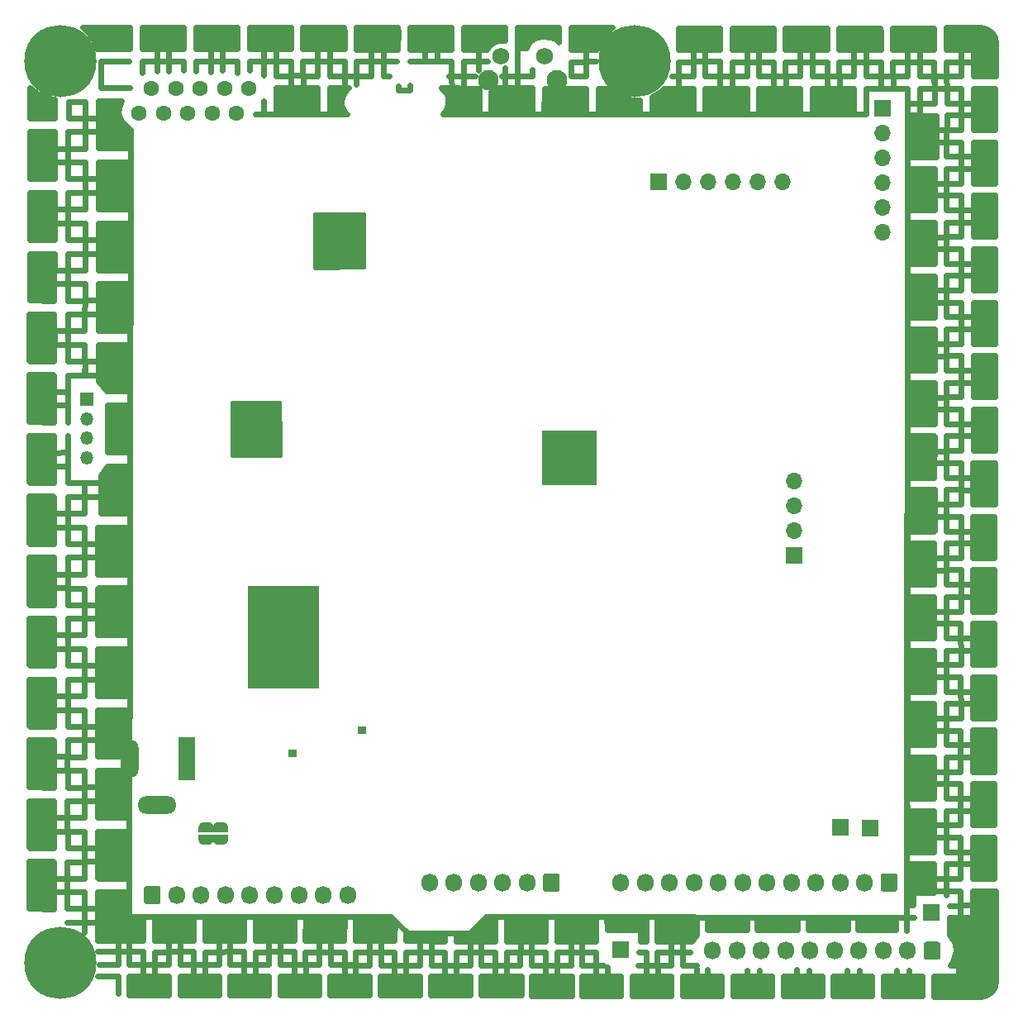
<source format=gbr>
%TF.GenerationSoftware,KiCad,Pcbnew,5.1.5+dfsg1-2build2*%
%TF.CreationDate,2021-12-02T15:53:16+01:00*%
%TF.ProjectId,plotter_board,706c6f74-7465-4725-9f62-6f6172642e6b,rev?*%
%TF.SameCoordinates,Original*%
%TF.FileFunction,Soldermask,Top*%
%TF.FilePolarity,Negative*%
%FSLAX46Y46*%
G04 Gerber Fmt 4.6, Leading zero omitted, Abs format (unit mm)*
G04 Created by KiCad (PCBNEW 5.1.5+dfsg1-2build2) date 2021-12-02 15:53:16*
%MOMM*%
%LPD*%
G04 APERTURE LIST*
%ADD10C,0.100000*%
%ADD11C,0.600001*%
%ADD12C,0.543298*%
%ADD13C,0.588542*%
%ADD14C,0.590071*%
%ADD15C,0.589227*%
%ADD16C,0.587883*%
%ADD17C,0.597326*%
%ADD18C,0.100726*%
%ADD19C,0.800000*%
%ADD20C,7.400000*%
%ADD21O,1.700000X1.700000*%
%ADD22R,1.700000X1.700000*%
%ADD23C,2.100000*%
%ADD24C,1.750000*%
%ADD25C,1.600000*%
%ADD26R,1.800000X4.400000*%
%ADD27O,1.800000X4.000000*%
%ADD28O,4.000000X1.800000*%
%ADD29O,1.700000X1.850000*%
%ADD30O,1.350000X1.350000*%
%ADD31R,1.350000X1.350000*%
%ADD32C,0.254000*%
G04 APERTURE END LIST*
D10*
G36*
X126050000Y-127470000D02*
G01*
X125300000Y-127470000D01*
X125300000Y-126760000D01*
X126050000Y-126760000D01*
X126050000Y-127470000D01*
G37*
X126050000Y-127470000D02*
X125300000Y-127470000D01*
X125300000Y-126760000D01*
X126050000Y-126760000D01*
X126050000Y-127470000D01*
G36*
X133140000Y-125140000D02*
G01*
X132390000Y-125140000D01*
X132390000Y-124430000D01*
X133140000Y-124430000D01*
X133140000Y-125140000D01*
G37*
X133140000Y-125140000D02*
X132390000Y-125140000D01*
X132390000Y-124430000D01*
X133140000Y-124430000D01*
X133140000Y-125140000D01*
G36*
X156780000Y-99610000D02*
G01*
X151290000Y-99620000D01*
X151293750Y-99340000D01*
X151306250Y-94140000D01*
X156777500Y-94130000D01*
X156780000Y-99610000D01*
G37*
X156780000Y-99610000D02*
X151290000Y-99620000D01*
X151293750Y-99340000D01*
X151306250Y-94140000D01*
X156777500Y-94130000D01*
X156780000Y-99610000D01*
D11*
%TO.C,svg2mod*%
X188644716Y-143950680D02*
X188632995Y-145301180D01*
G36*
X98759101Y-58942524D02*
G01*
X99556754Y-59558294D01*
X100296238Y-59928790D01*
X101085861Y-60141700D01*
X101274376Y-60153527D01*
X101274376Y-62086387D01*
X98758810Y-62073285D01*
X98759101Y-58942524D01*
G37*
X98759101Y-58942524D02*
X99556754Y-59558294D01*
X100296238Y-59928790D01*
X101085861Y-60141700D01*
X101274376Y-60153527D01*
X101274376Y-62086387D01*
X98758810Y-62073285D01*
X98759101Y-58942524D01*
D12*
G36*
X98663378Y-138243332D02*
G01*
X98663378Y-143100159D01*
X101195755Y-143100159D01*
X101195755Y-138243332D01*
X98663378Y-138243332D01*
G37*
X98663378Y-138243332D02*
X98663378Y-143100159D01*
X101195755Y-143100159D01*
X101195755Y-138243332D01*
X98663378Y-138243332D01*
G36*
X98667479Y-132010992D02*
G01*
X98667479Y-136867819D01*
X101199855Y-136867819D01*
X101199855Y-132010992D01*
X98667479Y-132010992D01*
G37*
X98667479Y-132010992D02*
X98667479Y-136867819D01*
X101199855Y-136867819D01*
X101199855Y-132010992D01*
X98667479Y-132010992D01*
G36*
X98679806Y-125787939D02*
G01*
X98679806Y-130644767D01*
X101212182Y-130644767D01*
X101212182Y-125787939D01*
X98679806Y-125787939D01*
G37*
X98679806Y-125787939D02*
X98679806Y-130644767D01*
X101212182Y-130644767D01*
X101212182Y-125787939D01*
X98679806Y-125787939D01*
G36*
X98684016Y-119556314D02*
G01*
X98684016Y-124413141D01*
X101216392Y-124413141D01*
X101216392Y-119556314D01*
X98684016Y-119556314D01*
G37*
X98684016Y-119556314D02*
X98684016Y-124413141D01*
X101216392Y-124413141D01*
X101216392Y-119556314D01*
X98684016Y-119556314D01*
G36*
X98688088Y-113329821D02*
G01*
X98688088Y-118186649D01*
X101220464Y-118186649D01*
X101220464Y-113329821D01*
X98688088Y-113329821D01*
G37*
X98688088Y-113329821D02*
X98688088Y-118186649D01*
X101220464Y-118186649D01*
X101220464Y-113329821D01*
X98688088Y-113329821D01*
G36*
X98745134Y-63499839D02*
G01*
X98745134Y-68356666D01*
X101275134Y-68356666D01*
X101275134Y-63499839D01*
X98745134Y-63499839D01*
G37*
X98745134Y-63499839D02*
X98745134Y-68356666D01*
X101275134Y-68356666D01*
X101275134Y-63499839D01*
X98745134Y-63499839D01*
G36*
X98741031Y-69729611D02*
G01*
X98741031Y-74586438D01*
X101273407Y-74586438D01*
X101273407Y-69729611D01*
X98741031Y-69729611D01*
G37*
X98741031Y-69729611D02*
X98741031Y-74586438D01*
X101273407Y-74586438D01*
X101273407Y-69729611D01*
X98741031Y-69729611D01*
G36*
X98736827Y-75957189D02*
G01*
X98736827Y-80814016D01*
X101269203Y-80814016D01*
X101269203Y-75957189D01*
X98736827Y-75957189D01*
G37*
X98736827Y-75957189D02*
X98736827Y-80814016D01*
X101269203Y-80814016D01*
X101269203Y-75957189D01*
X98736827Y-75957189D01*
G36*
X98720131Y-82148652D02*
G01*
X98720131Y-87005479D01*
X101252508Y-87005479D01*
X101252508Y-82148652D01*
X98720131Y-82148652D01*
G37*
X98720131Y-82148652D02*
X98720131Y-87005479D01*
X101252508Y-87005479D01*
X101252508Y-82148652D01*
X98720131Y-82148652D01*
G36*
X98715842Y-88379507D02*
G01*
X98715842Y-93236334D01*
X101248219Y-93236334D01*
X101248219Y-88379507D01*
X98715842Y-88379507D01*
G37*
X98715842Y-88379507D02*
X98715842Y-93236334D01*
X101248219Y-93236334D01*
X101248219Y-88379507D01*
X98715842Y-88379507D01*
G36*
X98711583Y-94605418D02*
G01*
X98711583Y-99462245D01*
X101243959Y-99462245D01*
X101243959Y-94605418D01*
X98711583Y-94605418D01*
G37*
X98711583Y-94605418D02*
X98711583Y-99462245D01*
X101243959Y-99462245D01*
X101243959Y-94605418D01*
X98711583Y-94605418D01*
G36*
X98707508Y-100836382D02*
G01*
X98707508Y-105693209D01*
X101239884Y-105693209D01*
X101239884Y-100836382D01*
X98707508Y-100836382D01*
G37*
X98707508Y-100836382D02*
X98707508Y-105693209D01*
X101239884Y-105693209D01*
X101239884Y-100836382D01*
X98707508Y-100836382D01*
D11*
X161907945Y-147524807D02*
X161129565Y-147524807D01*
X188848477Y-150043447D02*
X188851757Y-149391374D01*
X187600890Y-150045019D02*
X187592423Y-149406341D01*
X183765958Y-150041331D02*
X183749898Y-149364140D01*
X182507459Y-150040553D02*
X182512275Y-149375877D01*
X178607514Y-150038910D02*
X178595185Y-149388969D01*
X177348238Y-150038798D02*
X177348338Y-149346455D01*
X173497524Y-150036219D02*
X173497524Y-149371890D01*
X172254598Y-150036221D02*
X172252482Y-149362846D01*
X141983426Y-57770327D02*
X141727299Y-57771703D01*
X141983426Y-56278195D02*
X141983426Y-57770327D01*
X140476616Y-56278195D02*
X141983426Y-56278195D01*
X102662866Y-88400994D02*
X105833501Y-88416075D01*
X102671148Y-91526252D02*
X102662866Y-88400994D01*
X102658818Y-94632942D02*
X102679482Y-97768255D01*
X102671412Y-90111208D02*
X102680805Y-93235143D01*
X102676360Y-99461504D02*
X106016275Y-99439490D01*
X102679482Y-96353443D02*
X102676360Y-99461504D01*
X137741565Y-59234858D02*
X137749291Y-58743522D01*
X136492997Y-59237398D02*
X137741565Y-59234858D01*
X136492997Y-58837027D02*
X136492997Y-59237398D01*
X137727595Y-56286186D02*
X140476616Y-56278195D01*
X150224316Y-59016924D02*
X147490085Y-59020602D01*
X147490085Y-59020602D02*
X150224316Y-59016924D01*
X147477888Y-56910179D02*
X147490085Y-59020602D01*
X132233655Y-56282535D02*
X132246963Y-58669578D01*
X134982940Y-56263590D02*
X132233655Y-56282535D01*
G36*
X186251218Y-150017039D02*
G01*
X186251218Y-152019421D01*
X190242274Y-152019421D01*
X190242274Y-150017039D01*
X186251218Y-150017039D01*
G37*
X186251218Y-150017039D02*
X186251218Y-152019421D01*
X190242274Y-152019421D01*
X190242274Y-150017039D01*
X186251218Y-150017039D01*
G36*
X181100596Y-150015102D02*
G01*
X181100596Y-152018339D01*
X185076407Y-152018339D01*
X185076407Y-150015102D01*
X181100596Y-150015102D01*
G37*
X181100596Y-150015102D02*
X181100596Y-152018339D01*
X185076407Y-152018339D01*
X185076407Y-150015102D01*
X181100596Y-150015102D01*
G36*
X175950312Y-150011872D02*
G01*
X175950312Y-152014383D01*
X179939055Y-152014383D01*
X179939055Y-150011872D01*
X175950312Y-150011872D01*
G37*
X175950312Y-150011872D02*
X175950312Y-152014383D01*
X179939055Y-152014383D01*
X179939055Y-150011872D01*
X175950312Y-150011872D01*
G36*
X170810712Y-149999574D02*
G01*
X170810712Y-152003011D01*
X174782944Y-152003011D01*
X174782944Y-149999574D01*
X170810712Y-149999574D01*
G37*
X170810712Y-149999574D02*
X170810712Y-152003011D01*
X174782944Y-152003011D01*
X174782944Y-149999574D01*
X170810712Y-149999574D01*
G36*
X165666992Y-150000738D02*
G01*
X165666992Y-152003769D01*
X169646459Y-152003769D01*
X169646459Y-150000738D01*
X165666992Y-150000738D01*
G37*
X165666992Y-150000738D02*
X165666992Y-152003769D01*
X169646459Y-152003769D01*
X169646459Y-150000738D01*
X165666992Y-150000738D01*
G36*
X160517264Y-149999550D02*
G01*
X160517264Y-151998003D01*
X164488735Y-151998003D01*
X164488735Y-149999550D01*
X160517264Y-149999550D01*
G37*
X160517264Y-149999550D02*
X160517264Y-151998003D01*
X164488735Y-151998003D01*
X164488735Y-149999550D01*
X160517264Y-149999550D01*
G36*
X155366199Y-149999688D02*
G01*
X155366199Y-151997864D01*
X159337545Y-151997864D01*
X159337545Y-149999688D01*
X155366199Y-149999688D01*
G37*
X155366199Y-149999688D02*
X155366199Y-151997864D01*
X159337545Y-151997864D01*
X159337545Y-149999688D01*
X155366199Y-149999688D01*
G36*
X150189632Y-149983159D02*
G01*
X150189632Y-151981336D01*
X154290443Y-151981336D01*
X154290443Y-149983159D01*
X150189632Y-149983159D01*
G37*
X150189632Y-149983159D02*
X150189632Y-151981336D01*
X154290443Y-151981336D01*
X154290443Y-149983159D01*
X150189632Y-149983159D01*
G36*
X145038985Y-149979688D02*
G01*
X145038985Y-151977864D01*
X149145591Y-151977864D01*
X149145591Y-149979688D01*
X145038985Y-149979688D01*
G37*
X145038985Y-149979688D02*
X145038985Y-151977864D01*
X149145591Y-151977864D01*
X149145591Y-149979688D01*
X145038985Y-149979688D01*
G36*
X139837071Y-149979688D02*
G01*
X139837071Y-151977864D01*
X143903640Y-151977864D01*
X143903640Y-149979688D01*
X139837071Y-149979688D01*
G37*
X139837071Y-149979688D02*
X139837071Y-151977864D01*
X143903640Y-151977864D01*
X143903640Y-149979688D01*
X139837071Y-149979688D01*
G36*
X134646409Y-149975142D02*
G01*
X134646409Y-151973319D01*
X138712978Y-151973319D01*
X138712978Y-149975142D01*
X134646409Y-149975142D01*
G37*
X134646409Y-149975142D02*
X134646409Y-151973319D01*
X138712978Y-151973319D01*
X138712978Y-149975142D01*
X134646409Y-149975142D01*
G36*
X129501562Y-149971668D02*
G01*
X129501562Y-151969845D01*
X133568131Y-151969845D01*
X133568131Y-149971668D01*
X129501562Y-149971668D01*
G37*
X129501562Y-149971668D02*
X129501562Y-151969845D01*
X133568131Y-151969845D01*
X133568131Y-149971668D01*
X129501562Y-149971668D01*
G36*
X124441778Y-149956561D02*
G01*
X124441778Y-151959297D01*
X128426505Y-151959297D01*
X128426505Y-149956561D01*
X124441778Y-149956561D01*
G37*
X124441778Y-149956561D02*
X124441778Y-151959297D01*
X128426505Y-151959297D01*
X128426505Y-149956561D01*
X124441778Y-149956561D01*
G36*
X119298203Y-149958394D02*
G01*
X119298203Y-151956571D01*
X123274466Y-151956571D01*
X123274466Y-149958394D01*
X119298203Y-149958394D01*
G37*
X119298203Y-149958394D02*
X119298203Y-151956571D01*
X123274466Y-151956571D01*
X123274466Y-149958394D01*
X119298203Y-149958394D01*
G36*
X114153353Y-149954687D02*
G01*
X114153353Y-151952864D01*
X118128586Y-151952864D01*
X118128586Y-149954687D01*
X114153353Y-149954687D01*
G37*
X114153353Y-149954687D02*
X114153353Y-151952864D01*
X118128586Y-151952864D01*
X118128586Y-149954687D01*
X114153353Y-149954687D01*
G36*
X108909837Y-149951669D02*
G01*
X108909837Y-151949845D01*
X112977968Y-151949845D01*
X112977968Y-149951669D01*
X108909837Y-149951669D01*
G37*
X108909837Y-149951669D02*
X108909837Y-151949845D01*
X112977968Y-151949845D01*
X112977968Y-149951669D01*
X108909837Y-149951669D01*
G36*
X137291297Y-145347360D02*
G01*
X137295875Y-146386315D01*
X141279177Y-146389490D01*
X141279970Y-145568052D01*
X137530055Y-145570169D01*
X137291297Y-145347360D01*
G37*
X137291297Y-145347360D02*
X137295875Y-146386315D01*
X141279177Y-146389490D01*
X141279970Y-145568052D01*
X137530055Y-145570169D01*
X137291297Y-145347360D01*
G36*
X197763842Y-141247049D02*
G01*
X197763842Y-150501909D01*
X197631021Y-151123415D01*
X197295794Y-151624272D01*
X196806844Y-151960557D01*
X196190365Y-152102109D01*
X191400613Y-152098670D01*
X191400613Y-150019045D01*
X193975803Y-150019045D01*
X193969717Y-148903826D01*
X193054143Y-148895174D01*
X193343173Y-148569205D01*
X193549622Y-147994514D01*
X193640388Y-147441416D01*
X193566849Y-146610293D01*
X192996223Y-145795054D01*
X193002361Y-143977006D01*
X195369120Y-143977006D01*
X195371236Y-141229838D01*
X197763842Y-141247049D01*
G37*
X197763842Y-141247049D02*
X197763842Y-150501909D01*
X197631021Y-151123415D01*
X197295794Y-151624272D01*
X196806844Y-151960557D01*
X196190365Y-152102109D01*
X191400613Y-152098670D01*
X191400613Y-150019045D01*
X193975803Y-150019045D01*
X193969717Y-148903826D01*
X193054143Y-148895174D01*
X193343173Y-148569205D01*
X193549622Y-147994514D01*
X193640388Y-147441416D01*
X193566849Y-146610293D01*
X192996223Y-145795054D01*
X193002361Y-143977006D01*
X195369120Y-143977006D01*
X195371236Y-141229838D01*
X197763842Y-141247049D01*
G36*
X154245070Y-52794353D02*
G01*
X154228666Y-55055562D01*
X156871324Y-55055879D01*
X157199407Y-54214425D01*
X157436323Y-53860197D01*
X157642849Y-53551405D01*
X158220172Y-53036796D01*
X158492161Y-52794353D01*
X154245070Y-52794353D01*
G37*
X154245070Y-52794353D02*
X154228666Y-55055562D01*
X156871324Y-55055879D01*
X157199407Y-54214425D01*
X157436323Y-53860197D01*
X157642849Y-53551405D01*
X158220172Y-53036796D01*
X158492161Y-52794353D01*
X154245070Y-52794353D01*
G36*
X143229143Y-52794353D02*
G01*
X143213003Y-55038734D01*
X145621854Y-55055149D01*
X145921855Y-54537129D01*
X146328564Y-54305666D01*
X146811731Y-54173973D01*
X147439111Y-54184428D01*
X147470146Y-52794353D01*
X143229143Y-52794353D01*
G37*
X143229143Y-52794353D02*
X143213003Y-55038734D01*
X145621854Y-55055149D01*
X145921855Y-54537129D01*
X146328564Y-54305666D01*
X146811731Y-54173973D01*
X147439111Y-54184428D01*
X147470146Y-52794353D01*
X143229143Y-52794353D01*
G36*
X192684107Y-52793427D02*
G01*
X196124749Y-52793321D01*
X196778005Y-52924052D01*
X197289974Y-53266687D01*
X197636842Y-53788102D01*
X197764371Y-54431463D01*
X197764371Y-57810985D01*
X195449796Y-57808075D01*
X195422015Y-55084772D01*
X192667438Y-55088132D01*
X192684107Y-52793427D01*
G37*
X192684107Y-52793427D02*
X196124749Y-52793321D01*
X196778005Y-52924052D01*
X197289974Y-53266687D01*
X197636842Y-53788102D01*
X197764371Y-54431463D01*
X197764371Y-57810985D01*
X195449796Y-57808075D01*
X195422015Y-55084772D01*
X192667438Y-55088132D01*
X192684107Y-52793427D01*
G36*
X190601138Y-138510731D02*
G01*
X191392525Y-138510728D01*
X191388741Y-141456895D01*
X189293924Y-141470336D01*
X189276911Y-142515342D01*
X188643697Y-142515342D01*
X188643771Y-138510739D01*
X190601138Y-138510731D01*
G37*
X190601138Y-138510731D02*
X191392525Y-138510728D01*
X191388741Y-141456895D01*
X189293924Y-141470336D01*
X189276911Y-142515342D01*
X188643697Y-142515342D01*
X188643771Y-138510739D01*
X190601138Y-138510731D01*
D13*
G36*
X183644345Y-143985341D02*
G01*
X183644345Y-145265646D01*
X187514536Y-145265646D01*
X187514536Y-143985341D01*
X183644345Y-143985341D01*
G37*
X183644345Y-143985341D02*
X183644345Y-145265646D01*
X187514536Y-145265646D01*
X187514536Y-143985341D01*
X183644345Y-143985341D01*
D14*
G36*
X178505139Y-143982145D02*
G01*
X178505139Y-145270429D01*
X182553896Y-145270429D01*
X182553896Y-143982145D01*
X178505139Y-143982145D01*
G37*
X178505139Y-143982145D02*
X178505139Y-145270429D01*
X182553896Y-145270429D01*
X182553896Y-143982145D01*
X178505139Y-143982145D01*
D15*
G36*
X173294750Y-143961555D02*
G01*
X173294750Y-145240927D01*
X177401748Y-145240927D01*
X177401748Y-143961555D01*
X173294750Y-143961555D01*
G37*
X173294750Y-143961555D02*
X173294750Y-145240927D01*
X177401748Y-145240927D01*
X177401748Y-143961555D01*
X173294750Y-143961555D01*
D16*
G36*
X168197636Y-143956081D02*
G01*
X168197636Y-145241369D01*
X172292811Y-145241369D01*
X172292811Y-143956081D01*
X168197636Y-143956081D01*
G37*
X168197636Y-143956081D02*
X168197636Y-145241369D01*
X172292811Y-145241369D01*
X172292811Y-143956081D01*
X168197636Y-143956081D01*
D11*
G36*
X157906818Y-143940907D02*
G01*
X161913891Y-143940907D01*
X161913891Y-146055877D01*
X161908520Y-146439820D01*
X161316200Y-146442862D01*
X161322073Y-145211431D01*
X157914486Y-145206192D01*
X157906818Y-143940907D01*
G37*
X157906818Y-143940907D02*
X161913891Y-143940907D01*
X161913891Y-146055877D01*
X161908520Y-146439820D01*
X161316200Y-146442862D01*
X161322073Y-145211431D01*
X157914486Y-145206192D01*
X157906818Y-143940907D01*
G36*
X146432715Y-143895070D02*
G01*
X146429540Y-146392927D01*
X142441475Y-146389488D01*
X142447032Y-145567340D01*
X143779632Y-145566546D01*
X145548866Y-143894115D01*
X146432715Y-143895070D01*
G37*
X146432715Y-143895070D02*
X146429540Y-146392927D01*
X142441475Y-146389488D01*
X142447032Y-145567340D01*
X143779632Y-145566546D01*
X145548866Y-143894115D01*
X146432715Y-143895070D01*
G36*
X108951319Y-141378875D02*
G01*
X105753322Y-141378811D01*
X105749036Y-146383405D01*
X110392579Y-146363561D01*
X110395754Y-143897200D01*
X108947848Y-143897327D01*
X108951316Y-141378875D01*
X108951319Y-141378875D01*
G37*
X108951319Y-141378875D02*
X105753322Y-141378811D01*
X105749036Y-146383405D01*
X110392579Y-146363561D01*
X110395754Y-143897200D01*
X108947848Y-143897327D01*
X108951316Y-141378875D01*
X108951319Y-141378875D01*
G36*
X106013379Y-98694738D02*
G01*
X106712323Y-97768276D01*
X108891307Y-97748856D01*
X108891307Y-102548979D01*
X106013379Y-102548979D01*
X106013379Y-98694738D01*
G37*
X106013379Y-98694738D02*
X106712323Y-97768276D01*
X108891307Y-97748856D01*
X108891307Y-102548979D01*
X106013379Y-102548979D01*
X106013379Y-98694738D01*
G36*
X105834999Y-60369083D02*
G01*
X108139756Y-60368183D01*
X107933183Y-61034089D01*
X107836873Y-61521190D01*
X108037239Y-62125771D01*
X108363515Y-62579028D01*
X109083686Y-63282927D01*
X109079320Y-65178748D01*
X105830898Y-65178816D01*
X105834999Y-60369083D01*
G37*
X105834999Y-60369083D02*
X108139756Y-60368183D01*
X107933183Y-61034089D01*
X107836873Y-61521190D01*
X108037239Y-62125771D01*
X108363515Y-62579028D01*
X109083686Y-63282927D01*
X109079320Y-65178748D01*
X105830898Y-65178816D01*
X105834999Y-60369083D01*
G36*
X105644674Y-54986045D02*
G01*
X109028626Y-55009921D01*
X109031404Y-52794353D01*
X104164737Y-52794353D01*
X104621567Y-53162283D01*
X105131604Y-53767941D01*
X105297286Y-54066863D01*
X105517129Y-54463504D01*
X105644674Y-54986045D01*
G37*
X105644674Y-54986045D02*
X109028626Y-55009921D01*
X109031404Y-52794353D01*
X104164737Y-52794353D01*
X104621567Y-53162283D01*
X105131604Y-53767941D01*
X105297286Y-54066863D01*
X105517129Y-54463504D01*
X105644674Y-54986045D01*
G36*
X129512878Y-61678215D02*
G01*
X129512878Y-58991530D01*
X131470242Y-58983658D01*
X131198094Y-59253272D01*
X131013425Y-59504653D01*
X130846225Y-59833770D01*
X130705763Y-60266353D01*
X130714309Y-60709167D01*
X130834877Y-61052949D01*
X130950055Y-61362407D01*
X131241795Y-61673469D01*
X130852741Y-61661385D01*
X129512878Y-61678215D01*
G37*
X129512878Y-61678215D02*
X129512878Y-58991530D01*
X131470242Y-58983658D01*
X131198094Y-59253272D01*
X131013425Y-59504653D01*
X130846225Y-59833770D01*
X130705763Y-60266353D01*
X130714309Y-60709167D01*
X130834877Y-61052949D01*
X130950055Y-61362407D01*
X131241795Y-61673469D01*
X130852741Y-61661385D01*
X129512878Y-61678215D01*
G36*
X144831901Y-61694385D02*
G01*
X144831901Y-59372765D01*
X144833224Y-59024155D01*
X140932104Y-59004227D01*
X141291385Y-59363299D01*
X141553261Y-59671604D01*
X141613719Y-60086034D01*
X141640124Y-60330918D01*
X141628059Y-60685911D01*
X141535188Y-60976258D01*
X141368791Y-61349210D01*
X141144991Y-61703053D01*
X141632713Y-61695300D01*
X144831909Y-61686754D01*
X144831901Y-61694385D01*
G37*
X144831901Y-61694385D02*
X144831901Y-59372765D01*
X144833224Y-59024155D01*
X140932104Y-59004227D01*
X141291385Y-59363299D01*
X141553261Y-59671604D01*
X141613719Y-60086034D01*
X141640124Y-60330918D01*
X141628059Y-60685911D01*
X141535188Y-60976258D01*
X141368791Y-61349210D01*
X141144991Y-61703053D01*
X141632713Y-61695300D01*
X144831909Y-61686754D01*
X144831901Y-61694385D01*
G36*
X150221024Y-61700387D02*
G01*
X150221024Y-59013146D01*
X146659526Y-59013146D01*
X145995150Y-59362807D01*
X145981074Y-61698453D01*
X150221024Y-61700387D01*
G37*
X150221024Y-61700387D02*
X150221024Y-59013146D01*
X146659526Y-59013146D01*
X145995150Y-59362807D01*
X145981074Y-61698453D01*
X150221024Y-61700387D01*
G36*
X155742876Y-61702927D02*
G01*
X155742876Y-59026402D01*
X153864443Y-59035332D01*
X151477727Y-59017163D01*
X151475081Y-61700961D01*
X155742876Y-61702927D01*
G37*
X155742876Y-61702927D02*
X155742876Y-59026402D01*
X153864443Y-59035332D01*
X151477727Y-59017163D01*
X151475081Y-61700961D01*
X155742876Y-61702927D01*
G36*
X157929128Y-59015686D02*
G01*
X157017580Y-59015686D01*
X157017580Y-61699942D01*
X161236949Y-61699942D01*
X161236949Y-60213297D01*
X160762231Y-60213297D01*
X160391359Y-60213297D01*
X159367379Y-59938922D01*
X158105647Y-59210461D01*
X157929128Y-59015686D01*
G37*
X157929128Y-59015686D02*
X157017580Y-59015686D01*
X157017580Y-61699942D01*
X161236949Y-61699942D01*
X161236949Y-60213297D01*
X160762231Y-60213297D01*
X160391359Y-60213297D01*
X159367379Y-59938922D01*
X158105647Y-59210461D01*
X157929128Y-59015686D01*
G36*
X178977809Y-59051477D02*
G01*
X178977809Y-61715468D01*
X183199066Y-61715468D01*
X183199066Y-59051477D01*
X178977809Y-59051477D01*
G37*
X178977809Y-59051477D02*
X178977809Y-61715468D01*
X183199066Y-61715468D01*
X183199066Y-59051477D01*
X178977809Y-59051477D01*
G36*
X166725463Y-61707954D02*
G01*
X166725463Y-59033652D01*
X163706451Y-59033652D01*
X163383106Y-59356997D01*
X162505391Y-59863747D01*
X162505391Y-61703164D01*
X166725463Y-61703164D01*
X166725463Y-61707954D01*
G37*
X166725463Y-61707954D02*
X166725463Y-59033652D01*
X163706451Y-59033652D01*
X163383106Y-59356997D01*
X162505391Y-59863747D01*
X162505391Y-61703164D01*
X166725463Y-61703164D01*
X166725463Y-61707954D01*
G36*
X167998392Y-59037250D02*
G01*
X167998392Y-61706389D01*
X172219649Y-61706389D01*
X172219649Y-59037250D01*
X167998392Y-59037250D01*
G37*
X167998392Y-59037250D02*
X167998392Y-61706389D01*
X172219649Y-61706389D01*
X172219649Y-59037250D01*
X167998392Y-59037250D01*
G36*
X147591857Y-143899793D02*
G01*
X147591857Y-146392660D01*
X151606397Y-146392660D01*
X151606397Y-143899793D01*
X147591857Y-143899793D01*
G37*
X147591857Y-143899793D02*
X147591857Y-146392660D01*
X151606397Y-146392660D01*
X151606397Y-143899793D01*
X147591857Y-143899793D01*
G36*
X152768697Y-143904653D02*
G01*
X152768697Y-146404849D01*
X156759619Y-146404849D01*
X156759619Y-143904653D01*
X152768697Y-143904653D01*
G37*
X152768697Y-143904653D02*
X152768697Y-146404849D01*
X156759619Y-146404849D01*
X156759619Y-143904653D01*
X152768697Y-143904653D01*
G36*
X173484265Y-59048098D02*
G01*
X173484265Y-61712089D01*
X177705522Y-61712089D01*
X177705522Y-59048098D01*
X173484265Y-59048098D01*
G37*
X173484265Y-59048098D02*
X173484265Y-61712089D01*
X177705522Y-61712089D01*
X177705522Y-59048098D01*
X173484265Y-59048098D01*
G36*
X111576258Y-143956742D02*
G01*
X111576258Y-146369741D01*
X115541013Y-146369741D01*
X115541013Y-143956742D01*
X111576258Y-143956742D01*
G37*
X111576258Y-143956742D02*
X111576258Y-146369741D01*
X115541013Y-146369741D01*
X115541013Y-143956742D01*
X111576258Y-143956742D01*
G36*
X116726291Y-143955927D02*
G01*
X116726291Y-146372946D01*
X120686788Y-146372946D01*
X120686788Y-143955927D01*
X116726291Y-143955927D01*
G37*
X116726291Y-143955927D02*
X116726291Y-146372946D01*
X120686788Y-146372946D01*
X120686788Y-143955927D01*
X116726291Y-143955927D01*
G36*
X121872228Y-143955451D02*
G01*
X121872228Y-146353756D01*
X125840724Y-146353756D01*
X125840724Y-143955451D01*
X121872228Y-143955451D01*
G37*
X121872228Y-143955451D02*
X121872228Y-146353756D01*
X125840724Y-146353756D01*
X125840724Y-143955451D01*
X121872228Y-143955451D01*
G36*
X127018320Y-143955604D02*
G01*
X127018320Y-146387042D01*
X130985062Y-146387042D01*
X130985062Y-143955604D01*
X127018320Y-143955604D01*
G37*
X127018320Y-143955604D02*
X127018320Y-146387042D01*
X130985062Y-146387042D01*
X130985062Y-143955604D01*
X127018320Y-143955604D01*
G36*
X132166234Y-143895271D02*
G01*
X135768123Y-143895007D01*
X136164485Y-144288895D01*
X136133547Y-146386376D01*
X132145218Y-146382937D01*
X132166234Y-143895271D01*
G37*
X132166234Y-143895271D02*
X135768123Y-143895007D01*
X136164485Y-144288895D01*
X136133547Y-146386376D01*
X132145218Y-146382937D01*
X132166234Y-143895271D01*
G36*
X188693341Y-93413983D02*
G01*
X188693341Y-89175729D01*
X191439512Y-89175729D01*
X191439512Y-93413983D01*
X188693341Y-93413983D01*
G37*
X188693341Y-93413983D02*
X188693341Y-89175729D01*
X191439512Y-89175729D01*
X191439512Y-93413983D01*
X188693341Y-93413983D01*
G36*
X188688414Y-87951665D02*
G01*
X188688414Y-83713411D01*
X191461473Y-83713411D01*
X191461473Y-87951665D01*
X188688414Y-87951665D01*
G37*
X188688414Y-87951665D02*
X188688414Y-83713411D01*
X191461473Y-83713411D01*
X191461473Y-87951665D01*
X188688414Y-87951665D01*
G36*
X188692179Y-82485895D02*
G01*
X188692179Y-78247640D01*
X191461477Y-78247640D01*
X191461477Y-82485895D01*
X188692179Y-82485895D01*
G37*
X188692179Y-82485895D02*
X188692179Y-78247640D01*
X191461477Y-78247640D01*
X191461477Y-82485895D01*
X188692179Y-82485895D01*
G36*
X188711388Y-76997510D02*
G01*
X188711388Y-72759255D01*
X191461471Y-72759255D01*
X191461471Y-76997510D01*
X188711388Y-76997510D01*
G37*
X188711388Y-76997510D02*
X188711388Y-72759255D01*
X191461471Y-72759255D01*
X191461471Y-76997510D01*
X188711388Y-76997510D01*
G36*
X188706446Y-71531750D02*
G01*
X188706446Y-67293495D01*
X191461468Y-67293495D01*
X191461468Y-71531750D01*
X188706446Y-71531750D01*
G37*
X188706446Y-71531750D02*
X188706446Y-67293495D01*
X191461468Y-67293495D01*
X191461468Y-71531750D01*
X188706446Y-71531750D01*
G36*
X188710121Y-66049722D02*
G01*
X188710121Y-61811468D01*
X191624614Y-61811468D01*
X191624614Y-66049722D01*
X188710121Y-66049722D01*
G37*
X188710121Y-66049722D02*
X188710121Y-61811468D01*
X191624614Y-61811468D01*
X191624614Y-66049722D01*
X188710121Y-66049722D01*
G36*
X188647568Y-137260307D02*
G01*
X188647568Y-133022053D01*
X191393738Y-133022053D01*
X191393738Y-137260307D01*
X188647568Y-137260307D01*
G37*
X188647568Y-137260307D02*
X188647568Y-133022053D01*
X191393738Y-133022053D01*
X191393738Y-137260307D01*
X188647568Y-137260307D01*
G36*
X188650973Y-131771923D02*
G01*
X188650973Y-127533668D01*
X191393738Y-127533668D01*
X191393738Y-131771923D01*
X188650973Y-131771923D01*
G37*
X188650973Y-131771923D02*
X188650973Y-127533668D01*
X191393738Y-127533668D01*
X191393738Y-131771923D01*
X188650973Y-131771923D01*
G36*
X188640615Y-126309983D02*
G01*
X188640615Y-122064088D01*
X191397555Y-122064088D01*
X191397555Y-126309983D01*
X188640615Y-126309983D01*
G37*
X188640615Y-126309983D02*
X188640615Y-122064088D01*
X191397555Y-122064088D01*
X191397555Y-126309983D01*
X188640615Y-126309983D01*
G36*
X188665356Y-120843755D02*
G01*
X188665356Y-116605501D01*
X191415436Y-116605501D01*
X191415436Y-120843755D01*
X188665356Y-120843755D01*
G37*
X188665356Y-120843755D02*
X188665356Y-116605501D01*
X191415436Y-116605501D01*
X191415436Y-120843755D01*
X188665356Y-120843755D01*
G36*
X188668997Y-115355085D02*
G01*
X188668997Y-111116831D01*
X191415430Y-111116831D01*
X191415430Y-115355085D01*
X188668997Y-115355085D01*
G37*
X188668997Y-115355085D02*
X188668997Y-111116831D01*
X191415430Y-111116831D01*
X191415430Y-115355085D01*
X188668997Y-115355085D01*
G36*
X188672727Y-109880589D02*
G01*
X188672727Y-105642334D01*
X191419142Y-105642334D01*
X191419142Y-109880589D01*
X188672727Y-109880589D01*
G37*
X188672727Y-109880589D02*
X188672727Y-105642334D01*
X191419142Y-105642334D01*
X191419142Y-109880589D01*
X188672727Y-109880589D01*
G36*
X188680228Y-104385436D02*
G01*
X188680228Y-100140664D01*
X191439060Y-100140664D01*
X191439060Y-104385436D01*
X188680228Y-104385436D01*
G37*
X188680228Y-104385436D02*
X188680228Y-100140664D01*
X191439060Y-100140664D01*
X191439060Y-104385436D01*
X188680228Y-104385436D01*
G36*
X188665533Y-98900574D02*
G01*
X188665533Y-94657412D01*
X191396446Y-94657412D01*
X191396446Y-98900574D01*
X188665533Y-98900574D01*
G37*
X188665533Y-98900574D02*
X188665533Y-94657412D01*
X191396446Y-94657412D01*
X191396446Y-98900574D01*
X188665533Y-98900574D01*
G36*
X195375782Y-139992837D02*
G01*
X195375782Y-135754582D01*
X197594948Y-135754582D01*
X197594948Y-139992837D01*
X195375782Y-139992837D01*
G37*
X195375782Y-139992837D02*
X195375782Y-135754582D01*
X197594948Y-135754582D01*
X197594948Y-139992837D01*
X195375782Y-139992837D01*
G36*
X195377737Y-134519002D02*
G01*
X195377737Y-130280747D01*
X197596903Y-130280747D01*
X197596903Y-134519002D01*
X195377737Y-134519002D01*
G37*
X195377737Y-134519002D02*
X195377737Y-130280747D01*
X197596903Y-130280747D01*
X197596903Y-134519002D01*
X195377737Y-134519002D01*
G36*
X195382023Y-129039671D02*
G01*
X195382023Y-124801417D01*
X197601190Y-124801417D01*
X197601190Y-129039671D01*
X195382023Y-129039671D01*
G37*
X195382023Y-129039671D02*
X195382023Y-124801417D01*
X197601190Y-124801417D01*
X197601190Y-129039671D01*
X195382023Y-129039671D01*
G36*
X195381799Y-123559288D02*
G01*
X195381799Y-119321033D01*
X197600965Y-119321033D01*
X197600965Y-123559288D01*
X195381799Y-123559288D01*
G37*
X195381799Y-123559288D02*
X195381799Y-119321033D01*
X197600965Y-119321033D01*
X197600965Y-123559288D01*
X195381799Y-123559288D01*
G36*
X195381799Y-118093515D02*
G01*
X195381799Y-113855260D01*
X197600965Y-113855260D01*
X197600965Y-118093515D01*
X195381799Y-118093515D01*
G37*
X195381799Y-118093515D02*
X195381799Y-113855260D01*
X197600965Y-113855260D01*
X197600965Y-118093515D01*
X195381799Y-118093515D01*
G36*
X195381799Y-112605130D02*
G01*
X195381799Y-108366876D01*
X197600965Y-108366876D01*
X197600965Y-112605130D01*
X195381799Y-112605130D01*
G37*
X195381799Y-112605130D02*
X195381799Y-108366876D01*
X197600965Y-108366876D01*
X197600965Y-112605130D01*
X195381799Y-112605130D01*
G36*
X195381799Y-107139371D02*
G01*
X195381799Y-102901116D01*
X197600965Y-102901116D01*
X197600965Y-107139371D01*
X195381799Y-107139371D01*
G37*
X195381799Y-107139371D02*
X195381799Y-102901116D01*
X197600965Y-102901116D01*
X197600965Y-107139371D01*
X195381799Y-107139371D01*
G36*
X195418115Y-101659567D02*
G01*
X195418115Y-97388803D01*
X197637281Y-97388803D01*
X197637281Y-101659567D01*
X195418115Y-101659567D01*
G37*
X195418115Y-101659567D02*
X195418115Y-97388803D01*
X197637281Y-97388803D01*
X197637281Y-101659567D01*
X195418115Y-101659567D01*
G36*
X195422904Y-96145954D02*
G01*
X195422904Y-91907700D01*
X197642070Y-91907700D01*
X197642070Y-96145954D01*
X195422904Y-96145954D01*
G37*
X195422904Y-96145954D02*
X195422904Y-91907700D01*
X197642070Y-91907700D01*
X197642070Y-96145954D01*
X195422904Y-96145954D01*
G36*
X195426264Y-90671828D02*
G01*
X195426264Y-86433574D01*
X197645431Y-86433574D01*
X197645431Y-90671828D01*
X195426264Y-90671828D01*
G37*
X195426264Y-90671828D02*
X195426264Y-86433574D01*
X197645431Y-86433574D01*
X197645431Y-90671828D01*
X195426264Y-90671828D01*
G36*
X195429381Y-85193313D02*
G01*
X195429381Y-80955058D01*
X197648547Y-80955058D01*
X197648547Y-85193313D01*
X195429381Y-85193313D01*
G37*
X195429381Y-85193313D02*
X195429381Y-80955058D01*
X197648547Y-80955058D01*
X197648547Y-85193313D01*
X195429381Y-85193313D01*
G36*
X195441023Y-79720433D02*
G01*
X195441023Y-75482178D01*
X197660189Y-75482178D01*
X197660189Y-79720433D01*
X195441023Y-79720433D01*
G37*
X195441023Y-79720433D02*
X195441023Y-75482178D01*
X197660189Y-75482178D01*
X197660189Y-79720433D01*
X195441023Y-79720433D01*
G36*
X195443592Y-74241309D02*
G01*
X195443592Y-70003054D01*
X197662758Y-70003054D01*
X197662758Y-74241309D01*
X195443592Y-74241309D01*
G37*
X195443592Y-74241309D02*
X195443592Y-70003054D01*
X197662758Y-70003054D01*
X197662758Y-74241309D01*
X195443592Y-74241309D01*
G36*
X195449680Y-68766603D02*
G01*
X195449680Y-64528348D01*
X197668846Y-64528348D01*
X197668846Y-68766603D01*
X195449680Y-68766603D01*
G37*
X195449680Y-68766603D02*
X195449680Y-64528348D01*
X197668846Y-64528348D01*
X197668846Y-68766603D01*
X195449680Y-68766603D01*
G36*
X195448540Y-63291659D02*
G01*
X195448540Y-59053405D01*
X197667706Y-59053405D01*
X197667706Y-63291659D01*
X195448540Y-63291659D01*
G37*
X195448540Y-63291659D02*
X195448540Y-59053405D01*
X197667706Y-59053405D01*
X197667706Y-63291659D01*
X195448540Y-63291659D01*
G36*
X187189613Y-52869151D02*
G01*
X187189613Y-55088317D01*
X191427868Y-55088317D01*
X191427868Y-52869151D01*
X187189613Y-52869151D01*
G37*
X187189613Y-52869151D02*
X187189613Y-55088317D01*
X191427868Y-55088317D01*
X191427868Y-52869151D01*
X187189613Y-52869151D01*
G36*
X181688569Y-52865573D02*
G01*
X181688569Y-55084740D01*
X185926823Y-55084740D01*
X185926823Y-52865573D01*
X181688569Y-52865573D01*
G37*
X181688569Y-52865573D02*
X181688569Y-55084740D01*
X185926823Y-55084740D01*
X185926823Y-52865573D01*
X181688569Y-52865573D01*
G36*
X176194702Y-52861948D02*
G01*
X176194702Y-55081115D01*
X180432957Y-55081115D01*
X180432957Y-52861948D01*
X176194702Y-52861948D01*
G37*
X176194702Y-52861948D02*
X176194702Y-55081115D01*
X180432957Y-55081115D01*
X180432957Y-52861948D01*
X176194702Y-52861948D01*
G36*
X170708699Y-52851127D02*
G01*
X170708699Y-55070293D01*
X174946953Y-55070293D01*
X174946953Y-52851127D01*
X170708699Y-52851127D01*
G37*
X170708699Y-52851127D02*
X170708699Y-55070293D01*
X174946953Y-55070293D01*
X174946953Y-52851127D01*
X170708699Y-52851127D01*
G36*
X165213120Y-52847767D02*
G01*
X165213120Y-55066933D01*
X169451375Y-55066933D01*
X169451375Y-52847767D01*
X165213120Y-52847767D01*
G37*
X165213120Y-52847767D02*
X165213120Y-55066933D01*
X169451375Y-55066933D01*
X169451375Y-52847767D01*
X165213120Y-52847767D01*
G36*
X137705204Y-52819383D02*
G01*
X137705204Y-55038549D01*
X141943458Y-55038549D01*
X141943458Y-52819383D01*
X137705204Y-52819383D01*
G37*
X137705204Y-52819383D02*
X137705204Y-55038549D01*
X141943458Y-55038549D01*
X141943458Y-52819383D01*
X137705204Y-52819383D01*
G36*
X137705204Y-52819383D02*
G01*
X137705204Y-55038549D01*
X141943458Y-55038549D01*
X141943458Y-52819383D01*
X137705204Y-52819383D01*
G37*
X137705204Y-52819383D02*
X137705204Y-55038549D01*
X141943458Y-55038549D01*
X141943458Y-52819383D01*
X137705204Y-52819383D01*
G36*
X132227376Y-52819568D02*
G01*
X132227376Y-55038734D01*
X136465631Y-55038734D01*
X136465631Y-52819568D01*
X132227376Y-52819568D01*
G37*
X132227376Y-52819568D02*
X132227376Y-55038734D01*
X136465631Y-55038734D01*
X136465631Y-52819568D01*
X132227376Y-52819568D01*
G36*
X126747720Y-52794168D02*
G01*
X126747720Y-55013334D01*
X130985975Y-55013334D01*
X130985975Y-52794168D01*
X126747720Y-52794168D01*
G37*
X126747720Y-52794168D02*
X126747720Y-55013334D01*
X130985975Y-55013334D01*
X130985975Y-52794168D01*
X126747720Y-52794168D01*
G36*
X121269891Y-52794353D02*
G01*
X121269891Y-55013519D01*
X125508145Y-55013519D01*
X125508145Y-52794353D01*
X121269891Y-52794353D01*
G37*
X121269891Y-52794353D02*
X121269891Y-55013519D01*
X125508145Y-55013519D01*
X125508145Y-52794353D01*
X121269891Y-52794353D01*
G36*
X115762087Y-52794168D02*
G01*
X115762087Y-55013334D01*
X120000342Y-55013334D01*
X120000342Y-52794168D01*
X115762087Y-52794168D01*
G37*
X115762087Y-52794168D02*
X115762087Y-55013334D01*
X120000342Y-55013334D01*
X120000342Y-52794168D01*
X115762087Y-52794168D01*
G36*
X124020764Y-58991424D02*
G01*
X124020764Y-61701147D01*
X128259019Y-61701147D01*
X128259019Y-58991424D01*
X124020764Y-58991424D01*
G37*
X124020764Y-58991424D02*
X124020764Y-61701147D01*
X128259019Y-61701147D01*
X128259019Y-58991424D01*
X124020764Y-58991424D01*
G36*
X110284259Y-52794353D02*
G01*
X110284259Y-55013519D01*
X114522514Y-55013519D01*
X114522514Y-52794353D01*
X110284259Y-52794353D01*
G37*
X110284259Y-52794353D02*
X110284259Y-55013519D01*
X114522514Y-55013519D01*
X114522514Y-52794353D01*
X110284259Y-52794353D01*
G36*
X105830898Y-66600946D02*
G01*
X105830898Y-71401070D01*
X108955944Y-71401070D01*
X108955944Y-66600946D01*
X105830898Y-66600946D01*
G37*
X105830898Y-66600946D02*
X105830898Y-71401070D01*
X108955944Y-71401070D01*
X108955944Y-66600946D01*
X105830898Y-66600946D01*
G36*
X106689307Y-91485221D02*
G01*
X106689307Y-96349153D01*
X108933822Y-96349153D01*
X108933822Y-91485221D01*
X106689307Y-91485221D01*
G37*
X106689307Y-91485221D02*
X106689307Y-96349153D01*
X108933822Y-96349153D01*
X108933822Y-91485221D01*
X106689307Y-91485221D01*
G36*
X105741072Y-135152904D02*
G01*
X105741072Y-139953027D01*
X108866118Y-139953027D01*
X108866118Y-135152904D01*
X105741072Y-135152904D01*
G37*
X105741072Y-135152904D02*
X105741072Y-139953027D01*
X108866118Y-139953027D01*
X108866118Y-135152904D01*
X105741072Y-135152904D01*
G36*
X105741178Y-128929851D02*
G01*
X105741178Y-133729974D01*
X108866224Y-133729974D01*
X108866224Y-128929851D01*
X105741178Y-128929851D01*
G37*
X105741178Y-128929851D02*
X105741178Y-133729974D01*
X108866224Y-133729974D01*
X108866224Y-128929851D01*
X105741178Y-128929851D01*
G36*
X105742104Y-122694839D02*
G01*
X105742104Y-127494962D01*
X108867150Y-127494962D01*
X108867150Y-122694839D01*
X105742104Y-122694839D01*
G37*
X105742104Y-122694839D02*
X105742104Y-127494962D01*
X108867150Y-127494962D01*
X108867150Y-122694839D01*
X105742104Y-122694839D01*
G36*
X105742606Y-116466600D02*
G01*
X105742606Y-121266724D01*
X108867653Y-121266724D01*
X108867653Y-116466600D01*
X105742606Y-116466600D01*
G37*
X105742606Y-116466600D02*
X105742606Y-121266724D01*
X108867653Y-121266724D01*
X108867653Y-116466600D01*
X105742606Y-116466600D01*
G36*
X105742712Y-110243547D02*
G01*
X105742712Y-115043671D01*
X108867759Y-115043671D01*
X108867759Y-110243547D01*
X105742712Y-110243547D01*
G37*
X105742712Y-110243547D02*
X105742712Y-115043671D01*
X108867759Y-115043671D01*
X108867759Y-110243547D01*
X105742712Y-110243547D01*
G36*
X105743638Y-104008535D02*
G01*
X105743638Y-108808659D01*
X108868685Y-108808659D01*
X108868685Y-104008535D01*
X105743638Y-104008535D01*
G37*
X105743638Y-104008535D02*
X105743638Y-108808659D01*
X108868685Y-108808659D01*
X108868685Y-104008535D01*
X105743638Y-104008535D01*
D12*
G36*
X98725196Y-107104062D02*
G01*
X98725196Y-111960889D01*
X101257573Y-111960889D01*
X101257573Y-107104062D01*
X98725196Y-107104062D01*
G37*
X98725196Y-107104062D02*
X98725196Y-111960889D01*
X101257573Y-111960889D01*
X101257573Y-107104062D01*
X98725196Y-107104062D01*
D11*
G36*
X105817261Y-85280953D02*
G01*
X108921470Y-85280953D01*
X108921470Y-90082665D01*
X106644550Y-90080283D01*
X105809212Y-89026091D01*
X105817261Y-85280953D01*
G37*
X105817261Y-85280953D02*
X108921470Y-85280953D01*
X108921470Y-90082665D01*
X106644550Y-90080283D01*
X105809212Y-89026091D01*
X105817261Y-85280953D01*
G36*
X105822537Y-79058744D02*
G01*
X105822537Y-83858868D01*
X108947584Y-83858868D01*
X108947584Y-79058744D01*
X105822537Y-79058744D01*
G37*
X105822537Y-79058744D02*
X105822537Y-83858868D01*
X108947584Y-83858868D01*
X108947584Y-79058744D01*
X105822537Y-79058744D01*
G36*
X105822537Y-72836725D02*
G01*
X105822537Y-77636849D01*
X108947584Y-77636849D01*
X108947584Y-72836725D01*
X105822537Y-72836725D01*
G37*
X105822537Y-72836725D02*
X105822537Y-77636849D01*
X108947584Y-77636849D01*
X108947584Y-72836725D01*
X105822537Y-72836725D01*
X172221560Y-61714616D02*
X172221560Y-59041424D01*
X173476296Y-59041583D02*
X173476296Y-61715277D01*
X176213675Y-59052378D02*
X173476296Y-59041583D01*
X177708307Y-61717129D02*
X177708307Y-59052272D01*
X178962670Y-59052378D02*
X178962670Y-61717711D01*
X183202618Y-59055871D02*
X178962670Y-59052378D01*
X180468413Y-59055871D02*
X183202618Y-59055871D01*
X180456004Y-56313332D02*
X180468413Y-59055871D01*
X177709365Y-56320529D02*
X180456004Y-56313332D01*
X176194572Y-56328572D02*
X178949149Y-56320449D01*
X176214363Y-59052166D02*
X176194572Y-56328572D01*
X177708994Y-59052140D02*
X176214363Y-59052166D01*
X174974526Y-59052166D02*
X177708994Y-59052140D01*
X174962117Y-56309601D02*
X174974526Y-59052166D01*
X172223679Y-56313279D02*
X174962117Y-56309601D01*
X170708622Y-56317751D02*
X173463570Y-56313332D01*
X170728413Y-59041345D02*
X170708622Y-56317751D01*
X165214920Y-56314020D02*
X167969497Y-56305924D01*
X165234710Y-59037641D02*
X165214920Y-56314020D01*
X166729077Y-59037614D02*
X165234710Y-59037641D01*
X163994873Y-59037641D02*
X166729077Y-59037614D01*
X166727355Y-61712049D02*
X166727355Y-59037747D01*
X167982938Y-59037800D02*
X167982938Y-61712552D01*
X172223359Y-59041319D02*
X167982938Y-59037800D01*
X169488784Y-59041319D02*
X172223359Y-59041319D01*
X169476376Y-56298780D02*
X169488784Y-59041319D01*
X166729736Y-56305977D02*
X169476376Y-56298780D01*
X165213120Y-55066933D02*
X165227620Y-53098248D01*
X167967698Y-55063546D02*
X165213120Y-55066933D01*
X167967698Y-57802619D02*
X167967698Y-55063546D01*
X170726773Y-57798809D02*
X167967698Y-57802619D01*
X172223256Y-57806217D02*
X169488681Y-57798835D01*
X172223785Y-55070822D02*
X172223256Y-57806217D01*
X173463623Y-57806164D02*
X173463623Y-55070822D01*
X176214495Y-57809657D02*
X173463623Y-57806164D01*
X177708809Y-57816986D02*
X174974605Y-57809577D01*
X177709338Y-55077913D02*
X177708809Y-57816986D01*
X180448834Y-55085110D02*
X177709338Y-55077913D01*
X180451480Y-53098248D02*
X180448834Y-55085110D01*
X181688566Y-55084739D02*
X181703065Y-53098036D01*
X184469866Y-55083152D02*
X181688566Y-55084739D01*
X184443169Y-57820531D02*
X184469866Y-55083152D01*
X187220765Y-57822119D02*
X184443169Y-57820531D01*
X192709943Y-60558730D02*
X195457641Y-60558995D01*
X192670229Y-56339341D02*
X192709943Y-60558730D01*
X195424807Y-56331244D02*
X192670229Y-56339341D01*
X194216243Y-57818361D02*
X194180048Y-55087914D01*
X189926024Y-57823362D02*
X194216243Y-57818361D01*
X189949625Y-55089449D02*
X189926024Y-57823362D01*
X187171235Y-55087597D02*
X189949625Y-55089449D01*
X187185920Y-53097983D02*
X187171235Y-55087597D01*
X185937536Y-55088682D02*
X185940182Y-53098036D01*
X183198040Y-55081459D02*
X185937536Y-55088682D01*
X183203041Y-57820452D02*
X183198040Y-55081459D01*
X180468837Y-57813043D02*
X183203041Y-57820452D01*
X178949282Y-57816774D02*
X181708357Y-57812990D01*
X178949282Y-55077701D02*
X178949282Y-57816774D01*
X176194705Y-55081115D02*
X178949282Y-55077701D01*
X176209230Y-53098036D02*
X176194705Y-55081115D01*
X174955105Y-55081353D02*
X174957751Y-53098036D01*
X170708702Y-55070293D02*
X174955105Y-55081353D01*
X170723174Y-53098036D02*
X170708702Y-55070293D01*
X169469473Y-55070346D02*
X169472118Y-53098036D01*
X166729712Y-55063255D02*
X169469473Y-55070346D01*
X166729448Y-57802328D02*
X166729712Y-55063255D01*
X164542931Y-57794919D02*
X166729448Y-57802328D01*
X165234816Y-57794919D02*
X164542931Y-57794919D01*
X165234816Y-59037429D02*
X165234816Y-57794919D01*
X163994979Y-59037429D02*
X165234816Y-59037429D01*
X163711187Y-59034863D02*
X165233070Y-59037561D01*
X162492516Y-59885736D02*
X162492516Y-61709853D01*
X161238947Y-61709324D02*
X161238947Y-60217180D01*
X101248592Y-91526305D02*
X102637051Y-91513896D01*
X101252587Y-88409249D02*
X101248592Y-91526305D01*
X98758810Y-88406577D02*
X101252587Y-88409249D01*
X101252508Y-87005476D02*
X98758810Y-86988278D01*
X101273463Y-83901120D02*
X101252508Y-87005476D01*
X104394408Y-83881514D02*
X101273463Y-83901120D01*
X104406870Y-79065568D02*
X104394408Y-83881514D01*
X101265208Y-79074564D02*
X104406870Y-79065568D01*
X101269203Y-75957189D02*
X101265208Y-79074564D01*
X98758810Y-75953618D02*
X101269203Y-75957189D01*
X101269123Y-74551220D02*
X98758810Y-74533652D01*
X101281850Y-71443160D02*
X101269123Y-74551220D01*
X104411051Y-71426967D02*
X101281850Y-71443160D01*
X104411051Y-68303190D02*
X104411051Y-71426967D01*
X101277643Y-62090933D02*
X101277643Y-60158072D01*
X98758810Y-62073285D02*
X101277643Y-62090933D01*
X101277511Y-63499839D02*
X98758810Y-63496717D01*
X101273595Y-66616895D02*
X101277511Y-63499839D01*
X104415257Y-66608005D02*
X101273595Y-66616895D01*
X104411077Y-69719029D02*
X104415257Y-66608005D01*
X105829667Y-72831031D02*
X108944871Y-72831190D01*
X102701472Y-74551035D02*
X105842102Y-74545029D01*
X102704673Y-71443133D02*
X102701472Y-74551035D01*
X102683983Y-69723659D02*
X102704700Y-72858998D01*
X105833900Y-69718658D02*
X102683983Y-69723659D01*
X105834006Y-66607661D02*
X105833900Y-69718658D01*
X105829799Y-71411463D02*
X105834006Y-66607661D01*
X108947411Y-71411463D02*
X105829799Y-71411463D01*
X118519481Y-55017588D02*
X118519586Y-57193749D01*
X117279484Y-57338423D02*
X117279749Y-55017562D01*
X115764798Y-56264569D02*
X115774958Y-57272514D01*
X118519322Y-56260151D02*
X115764798Y-56264569D01*
X120021096Y-56249303D02*
X117279484Y-56260151D01*
X120011984Y-57436417D02*
X120021096Y-56249303D01*
X121253764Y-56268141D02*
X121263845Y-57182130D01*
X124008500Y-56252716D02*
X121253764Y-56268141D01*
X125515381Y-56252769D02*
X122768636Y-56252716D01*
X125529139Y-58980835D02*
X125515381Y-56252769D01*
X128262047Y-58995307D02*
X125529139Y-58980835D01*
X126768977Y-58980835D02*
X128262047Y-58995307D01*
X126747784Y-56271687D02*
X126768977Y-58980835D01*
X129502361Y-56267295D02*
X126747784Y-56271687D01*
X131001252Y-56263617D02*
X128262814Y-56267321D01*
X131023239Y-58995387D02*
X131001252Y-56263617D01*
X134987967Y-57771054D02*
X135595953Y-57771054D01*
X134982967Y-55021134D02*
X134987967Y-57771054D01*
X132233681Y-55035368D02*
X134982967Y-55021134D01*
X132247889Y-53098062D02*
X132233681Y-55035368D01*
X130994214Y-55035474D02*
X130996860Y-53098062D01*
X128262920Y-55024732D02*
X130994214Y-55035474D01*
X128262391Y-57760127D02*
X128262920Y-55024732D01*
X125529510Y-57738299D02*
X128262391Y-57760127D01*
X124008632Y-57756555D02*
X126769030Y-57738325D01*
X124008553Y-55010206D02*
X124008632Y-57756555D01*
X122768292Y-57730573D02*
X122768557Y-55010233D01*
X122768027Y-61710303D02*
X122764162Y-60287124D01*
X124021544Y-58991921D02*
X124021544Y-61705144D01*
X126768501Y-58980967D02*
X124021544Y-58991921D01*
X128261809Y-61687364D02*
X128261809Y-58995334D01*
X136392354Y-56267242D02*
X133742944Y-56263643D01*
X143215742Y-56289916D02*
X143235532Y-59006208D01*
X145695324Y-56274518D02*
X143215742Y-56289916D01*
X144730481Y-56274518D02*
X145695324Y-56274518D01*
X144730481Y-55039310D02*
X144730481Y-56274518D01*
X148729341Y-57778251D02*
X147091292Y-57778356D01*
X150223736Y-61704323D02*
X150223736Y-59017083D01*
X155744553Y-61706837D02*
X155744553Y-59030312D01*
X156998417Y-59030391D02*
X156998417Y-61707393D01*
X157930835Y-59019596D02*
X156998417Y-59030391D01*
X155746567Y-57794999D02*
X154247165Y-57791295D01*
X155746832Y-55059630D02*
X155746567Y-57794999D01*
X156875015Y-55059630D02*
X155746832Y-55059630D01*
X154232357Y-55059366D02*
X156875015Y-55059630D01*
X154246591Y-53098062D02*
X154232357Y-55059366D01*
X155746911Y-56302114D02*
X155746911Y-55059604D01*
X156735130Y-56302114D02*
X155746911Y-56302114D01*
X154232436Y-56306506D02*
X156735130Y-56302114D01*
X154217011Y-57638840D02*
X154232436Y-56306506D01*
X150224554Y-57781796D02*
X150224025Y-57099620D01*
X147783638Y-57778092D02*
X150224554Y-57781796D01*
X148729976Y-59020575D02*
X148752227Y-57054171D01*
X148748444Y-57674617D02*
X148713664Y-55090169D01*
X141983392Y-58005181D02*
X141995801Y-59006050D01*
X139236829Y-55035527D02*
X139241829Y-56279618D01*
X140482196Y-56144070D02*
X140476190Y-55035527D01*
X142091712Y-57774520D02*
X143235662Y-57763540D01*
X144730979Y-55038993D02*
X144730714Y-57168331D01*
X144730714Y-55042300D02*
X144730979Y-55038993D01*
X143216321Y-55042380D02*
X144730714Y-55042300D01*
X143230264Y-53097904D02*
X143216321Y-55042380D01*
X144436344Y-57778039D02*
X141996327Y-57763381D01*
X141976166Y-55042697D02*
X141978812Y-53097904D01*
X137727222Y-55038808D02*
X141976166Y-55042697D01*
X137741166Y-53097904D02*
X137727222Y-55038808D01*
X136487729Y-55038940D02*
X136490374Y-53097891D01*
X133742941Y-55020922D02*
X136487729Y-55038940D01*
X133747942Y-57770842D02*
X133742941Y-55020922D01*
X131023263Y-57752718D02*
X133747942Y-57770842D01*
X129502967Y-57759968D02*
X132263074Y-57752665D01*
X129502702Y-55024572D02*
X129502967Y-57759968D01*
X126748125Y-55024308D02*
X129502702Y-55024572D01*
X126762069Y-53097903D02*
X126748125Y-55024308D01*
X125508155Y-55024494D02*
X125510801Y-53097877D01*
X121253682Y-55020710D02*
X125508155Y-55024494D01*
X121267626Y-53097877D02*
X121253682Y-55020710D01*
X120013950Y-55021001D02*
X120016332Y-53097877D01*
X115764848Y-55017085D02*
X120013950Y-55021001D01*
X115778791Y-53097877D02*
X115764848Y-55017085D01*
X114525407Y-55017218D02*
X114527788Y-53097877D01*
X111785700Y-55002798D02*
X114525407Y-55017218D01*
X111785435Y-57271793D02*
X111785700Y-55002798D01*
X109025910Y-55013646D02*
X106036410Y-55001290D01*
X109028292Y-53097877D02*
X109025910Y-55013646D01*
X110265457Y-55013487D02*
X110279374Y-53097877D01*
X113019955Y-55002824D02*
X110265457Y-55013487D01*
X113025521Y-57277924D02*
X113019955Y-55002824D01*
X114532339Y-56245387D02*
X114536335Y-57226508D01*
X111785462Y-56245361D02*
X114532339Y-56245387D01*
X106030748Y-58982025D02*
X108993158Y-58984407D01*
X106036463Y-56243879D02*
X106030748Y-58982025D01*
X108968876Y-56241762D02*
X106036463Y-56243879D01*
X110279691Y-56257426D02*
X113019955Y-56245440D01*
X110285274Y-57429040D02*
X110279691Y-56257426D01*
X105837840Y-60376036D02*
X108109985Y-60376036D01*
X105837734Y-63487033D02*
X105837840Y-60376036D01*
X102687817Y-63491637D02*
X105837734Y-63487033D01*
X102705491Y-68325019D02*
X102687817Y-63491637D01*
X105833633Y-68303111D02*
X102705491Y-68325019D01*
X108955505Y-66605571D02*
X105833951Y-66605386D01*
X105833924Y-65183250D02*
X108957912Y-65183250D01*
X105837946Y-62068734D02*
X105833924Y-65183250D01*
X102709830Y-62090641D02*
X105837946Y-62068734D01*
X102709645Y-60372861D02*
X102709830Y-62090641D01*
X104419171Y-60372861D02*
X102709645Y-60372861D01*
X104415070Y-65197802D02*
X104419171Y-60372861D01*
X101273407Y-65197882D02*
X104415070Y-65197802D01*
X101273169Y-68322055D02*
X101273407Y-65197882D01*
X98758595Y-68304460D02*
X101273169Y-68322055D01*
X101273407Y-69729612D02*
X98758595Y-69726040D01*
X101281794Y-72856828D02*
X101273407Y-69729612D01*
X104410995Y-72831746D02*
X101281794Y-72856828D01*
X104419303Y-75958883D02*
X104410995Y-72831746D01*
X104406656Y-77658963D02*
X104419065Y-74545108D01*
X101264993Y-77659069D02*
X104406656Y-77658963D01*
X101264782Y-80783084D02*
X101264993Y-77659069D01*
X98758595Y-80765410D02*
X101264782Y-80783084D01*
X101265099Y-82187122D02*
X98758595Y-82184450D01*
X101273486Y-85314497D02*
X101265099Y-82187122D01*
X104394458Y-85285896D02*
X101273486Y-85314497D01*
X104410942Y-88384947D02*
X104394458Y-85285896D01*
X104410704Y-87002962D02*
X104390066Y-88407619D01*
X102684642Y-87002671D02*
X105833501Y-87000819D01*
X102696045Y-83898315D02*
X102684642Y-87002671D01*
X102675408Y-82180719D02*
X102696098Y-85316032D01*
X105825325Y-82175719D02*
X102675408Y-82180719D01*
X105825431Y-79064483D02*
X105825325Y-82175719D01*
X108934153Y-79064721D02*
X105825431Y-79064483D01*
X105825405Y-77643776D02*
X108936561Y-77643776D01*
X105829506Y-72833810D02*
X105825405Y-77643776D01*
X105841888Y-75960920D02*
X105829506Y-72833810D01*
X102679482Y-75949411D02*
X105841888Y-75960920D01*
X102697156Y-80782820D02*
X102679482Y-75949411D01*
X105825272Y-80761124D02*
X102697156Y-80782820D01*
X105812916Y-83866274D02*
X105825272Y-80761124D01*
X108925924Y-83866274D02*
X105812916Y-83866274D01*
X105812890Y-85285525D02*
X108923490Y-85285790D01*
X105833501Y-88416075D02*
X105812890Y-85285525D01*
X104410118Y-88400994D02*
X105833501Y-88416075D01*
X101248404Y-90112134D02*
X102567245Y-90106922D01*
X101248219Y-93236334D02*
X101248404Y-90112134D01*
X98758595Y-93218871D02*
X101248219Y-93236334D01*
X101248457Y-94641166D02*
X98758595Y-94638493D01*
X101256871Y-97768276D02*
X101248457Y-94641166D01*
X102685821Y-97743379D02*
X101256871Y-97768276D01*
X102654558Y-100860065D02*
X106016248Y-100855064D01*
X102654558Y-103976327D02*
X102654558Y-100860065D01*
X104077382Y-103976327D02*
X102654558Y-103976327D01*
X102672206Y-105692838D02*
X102654558Y-102560171D01*
X105800348Y-105671142D02*
X102672206Y-105692838D01*
X128424181Y-151798021D02*
X128423387Y-149961998D01*
X129594645Y-149961969D02*
X129594645Y-151798018D01*
X132169834Y-149961969D02*
X129594645Y-149961969D01*
X132142821Y-147512721D02*
X132169834Y-149961969D01*
X136137764Y-147498910D02*
X132142821Y-147512721D01*
X136141759Y-149974880D02*
X136137764Y-147498910D01*
X138712980Y-149975145D02*
X136141759Y-149974880D01*
X134737880Y-149972155D02*
X138712980Y-149975145D01*
X134737880Y-151798018D02*
X134737880Y-149972155D01*
X133562389Y-149971705D02*
X133563183Y-151798018D01*
X130991169Y-149971705D02*
X133562389Y-149971705D01*
X130987173Y-147495735D02*
X130991169Y-149971705D01*
X126999903Y-147502746D02*
X130987173Y-147495735D01*
X127017894Y-149961757D02*
X126999903Y-147502746D01*
X119290712Y-148839368D02*
X121872490Y-148839368D01*
X119290606Y-146369747D02*
X119290712Y-148839368D01*
X116708537Y-146369747D02*
X119290606Y-146369747D01*
X116726291Y-143955927D02*
X116708537Y-146369747D01*
X104337494Y-141382166D02*
X102610267Y-141382166D01*
X104333287Y-144493137D02*
X104337494Y-141382166D01*
X104333287Y-143077352D02*
X104333287Y-144493137D01*
X105756110Y-143077352D02*
X104333287Y-143077352D01*
X102610294Y-143088967D02*
X105756110Y-143077352D01*
X102610294Y-139966354D02*
X102610294Y-143088967D01*
X102622756Y-132043671D02*
X102622729Y-135159404D01*
X105760291Y-132028272D02*
X102622756Y-132043671D01*
X105772752Y-128928149D02*
X105760291Y-132028272D01*
X108849301Y-128928149D02*
X105772752Y-128928149D01*
X105772805Y-127507019D02*
X108851788Y-127507019D01*
X105776906Y-122697318D02*
X105772805Y-127507019D01*
X102648685Y-124412823D02*
X105764471Y-124380332D01*
X102643499Y-121296296D02*
X102648685Y-124412823D01*
X102631063Y-119585500D02*
X102643420Y-122712081D01*
X105780981Y-119580500D02*
X102631063Y-119585500D01*
X105781060Y-116469264D02*
X105780981Y-119580500D01*
X108870468Y-116469529D02*
X105781060Y-116469264D01*
X105781246Y-115048981D02*
X108873061Y-115048981D01*
X105785347Y-110239385D02*
X105781246Y-115048981D01*
X102657019Y-111955658D02*
X105785161Y-111933671D01*
X102662840Y-108801295D02*
X102657019Y-111955658D01*
X102650484Y-107092140D02*
X102662840Y-110218456D01*
X105800401Y-107087139D02*
X102650484Y-107092140D01*
X105800507Y-103976168D02*
X105800401Y-107087139D01*
X108891793Y-103976168D02*
X105800507Y-103976168D01*
X106016248Y-102554192D02*
X108894174Y-102554192D01*
X105785373Y-108817250D02*
X105800587Y-103975904D01*
X108883644Y-108817250D02*
X105785373Y-108817250D01*
X105785267Y-110238459D02*
X108881130Y-110238724D01*
X105785161Y-113349430D02*
X105785267Y-110238459D01*
X102635244Y-113354430D02*
X105785161Y-113349430D01*
X102652892Y-118187865D02*
X102635244Y-113354430D01*
X105781034Y-118166143D02*
X102652892Y-118187865D01*
X105776933Y-121275156D02*
X105781140Y-116471116D01*
X108862398Y-121275156D02*
X105776933Y-121275156D01*
X105776933Y-122696048D02*
X108859964Y-122696048D01*
X105764471Y-125796144D02*
X105776933Y-122696048D01*
X102626910Y-125811464D02*
X105764471Y-125796144D01*
X102614527Y-128917249D02*
X102626910Y-125811464D01*
X102644557Y-130644978D02*
X102614527Y-127501463D01*
X105760343Y-130612487D02*
X102644557Y-130644978D01*
X105760343Y-133728220D02*
X105760343Y-130612487D01*
X108841205Y-133728220D02*
X105760343Y-133728220D01*
X105760343Y-135150144D02*
X108838797Y-135150382D01*
X105760238Y-138261115D02*
X105760343Y-135150144D01*
X102610320Y-138265110D02*
X105760238Y-138261115D01*
X102610294Y-141381637D02*
X102610320Y-138265110D01*
X101187470Y-141381637D02*
X102610294Y-141381637D01*
X104337520Y-139974847D02*
X101187470Y-139965852D01*
X104341621Y-135149906D02*
X104337520Y-139974847D01*
X101199959Y-135158902D02*
X104341621Y-135149906D01*
X101212262Y-132051370D02*
X101199959Y-135158902D01*
X98758595Y-132048698D02*
X101212262Y-132051370D01*
X101212182Y-130644766D02*
X98758595Y-130627886D01*
X101191704Y-127500987D02*
X101212182Y-130644766D01*
X104354110Y-127520275D02*
X101191704Y-127500987D01*
X104358211Y-122695254D02*
X104354110Y-127520275D01*
X101220676Y-122711658D02*
X104358211Y-122695254D01*
X101220623Y-119593252D02*
X101220676Y-122711658D01*
X98758595Y-119590607D02*
X101220623Y-119593252D01*
X101220464Y-118186648D02*
X98758595Y-118169503D01*
X101212368Y-115053717D02*
X101220464Y-118186648D01*
X104362417Y-115062713D02*
X101212368Y-115053717D01*
X104362312Y-111932956D02*
X104362417Y-115062713D01*
X104366518Y-110238962D02*
X104362338Y-113349932D01*
X101239964Y-110217557D02*
X104366518Y-110238962D01*
X101239911Y-107099469D02*
X101239964Y-110217557D01*
X98758595Y-107096796D02*
X101239911Y-107099469D01*
X101239884Y-105693208D02*
X98758595Y-105676143D01*
X101231762Y-102560277D02*
X101239884Y-105693208D01*
X104373345Y-102562394D02*
X101231762Y-102560277D01*
X104390966Y-99450179D02*
X104373345Y-102562394D01*
X106016275Y-99439490D02*
X104390966Y-99450179D01*
X104397444Y-99461504D02*
X106016275Y-99439490D01*
X101256659Y-96354184D02*
X102629976Y-96345188D01*
X101243959Y-99462244D02*
X101256659Y-96354184D01*
X98758595Y-99445046D02*
X101243959Y-99462244D01*
X101244200Y-100868320D02*
X98758757Y-100865647D01*
X101231923Y-103976380D02*
X101244200Y-100868320D01*
X104381785Y-103976380D02*
X101231923Y-103976380D01*
X104366571Y-108833072D02*
X104381785Y-103976380D01*
X101240017Y-108802671D02*
X104366571Y-108833072D01*
X101224644Y-111957034D02*
X101240017Y-108802671D01*
X98758595Y-111939862D02*
X101224644Y-111957034D01*
X101224832Y-113361442D02*
X98758757Y-113358770D01*
X101212529Y-116469767D02*
X101224832Y-113361442D01*
X104362579Y-116469502D02*
X101212529Y-116469767D01*
X104358372Y-119580738D02*
X104362579Y-116469502D01*
X104358346Y-121289337D02*
X104358372Y-118165640D01*
X101220811Y-121296322D02*
X104358346Y-121289337D01*
X101216392Y-124413141D02*
X101220811Y-121296322D01*
X98758757Y-124396154D02*
X101216392Y-124413141D01*
X101216551Y-125819216D02*
X98758757Y-125816570D01*
X101191865Y-128916799D02*
X101216551Y-125819216D01*
X104354271Y-128927409D02*
X101191865Y-128916799D01*
X104337682Y-132027796D02*
X104354271Y-128927409D01*
X104341730Y-133743619D02*
X104337629Y-130612540D01*
X101200094Y-133743619D02*
X104341730Y-133743619D01*
X101199856Y-136867819D02*
X101200094Y-133743619D01*
X98758757Y-136850674D02*
X101199856Y-136867819D01*
X101199935Y-138274661D02*
X98758757Y-138272016D01*
X101195754Y-143100159D02*
X101199935Y-138274661D01*
X98758757Y-143083014D02*
X101195754Y-143100159D01*
X105756245Y-144493134D02*
X102606354Y-144498135D01*
X104333422Y-144493134D02*
X105756245Y-144493134D01*
X104333342Y-145521570D02*
X104333422Y-143077346D01*
X110397037Y-147475253D02*
X105746852Y-147478243D01*
X110400847Y-149948314D02*
X110397037Y-147475253D01*
X112972200Y-148835820D02*
X110400873Y-148832804D01*
X112972464Y-146362760D02*
X112972200Y-148835820D01*
X115541013Y-146369745D02*
X112972464Y-146362760D01*
X115544214Y-143955951D02*
X115541013Y-146369745D01*
X118122844Y-148839762D02*
X115551543Y-148836746D01*
X118118240Y-146366967D02*
X118122844Y-148839762D01*
X120686788Y-146372946D02*
X118118240Y-146366967D01*
X120689990Y-143955713D02*
X120686788Y-146372946D01*
X121854448Y-146372946D02*
X121872228Y-143955448D01*
X125842724Y-146375936D02*
X121854448Y-146372946D01*
X125845925Y-143954734D02*
X125842724Y-146375936D01*
X127000329Y-146376809D02*
X127018320Y-143955607D01*
X129582397Y-146377074D02*
X127000329Y-146376809D01*
X129582662Y-148846694D02*
X129582397Y-146377074D01*
X132164202Y-148846694D02*
X129582662Y-148846694D01*
X133561466Y-148856643D02*
X130990245Y-148853653D01*
X133561731Y-146383847D02*
X133561466Y-148856643D01*
X136130570Y-146389853D02*
X133561731Y-146383847D01*
X136133560Y-144269218D02*
X136130570Y-146389853D01*
X137298520Y-146390144D02*
X137305532Y-145372292D01*
X139880589Y-146390144D02*
X137298520Y-146390144D01*
X139880589Y-148859765D02*
X139880589Y-146390144D01*
X142462129Y-148859765D02*
X139880589Y-148859765D01*
X143864394Y-148862437D02*
X141293173Y-148859421D01*
X143864659Y-146389350D02*
X143864394Y-148862437D01*
X146433234Y-146396362D02*
X143864659Y-146389350D01*
X146436223Y-143953728D02*
X146433234Y-146396362D01*
X147595363Y-146395806D02*
X147613672Y-143953437D01*
X150177723Y-146396071D02*
X147595363Y-146395806D01*
X150177723Y-148865692D02*
X150177723Y-146396071D01*
X152790748Y-148874687D02*
X150177723Y-148865692D01*
X154186663Y-148878471D02*
X151615204Y-148875481D01*
X154186928Y-146405675D02*
X154186663Y-148878471D01*
X156755476Y-146411681D02*
X154186928Y-146405675D01*
X156758492Y-143953173D02*
X156755476Y-146411681D01*
X159337545Y-149997314D02*
X159338339Y-151798095D01*
X156766059Y-149997050D02*
X159337545Y-149997314D01*
X156762038Y-147521079D02*
X156766059Y-149997050D01*
X152767359Y-147534864D02*
X156762038Y-147521079D01*
X152785562Y-149993928D02*
X152767359Y-147534864D01*
X150189629Y-149981704D02*
X154190658Y-149993584D01*
X150189629Y-151798095D02*
X150189629Y-149981704D01*
X149008423Y-149982180D02*
X149009217Y-151798095D01*
X146436964Y-149982180D02*
X149008423Y-149982180D01*
X146433948Y-147506209D02*
X146436964Y-149982180D01*
X142439004Y-147519994D02*
X146433948Y-147506209D01*
X142457022Y-149979058D02*
X142439004Y-147519994D01*
X143864315Y-151798098D02*
X143863521Y-149978505D01*
X145038985Y-149978505D02*
X145038985Y-151798098D01*
X149014085Y-149981521D02*
X145038985Y-149978505D01*
X147595945Y-147521955D02*
X147613937Y-149980992D01*
X150177749Y-147514970D02*
X147595945Y-147521955D01*
X151611182Y-147517960D02*
X149035966Y-147517960D01*
X151615178Y-149993930D02*
X151611182Y-147517960D01*
X154186398Y-149993930D02*
X151615178Y-149993930D01*
X154187192Y-151798098D02*
X154186398Y-149993930D01*
X155366202Y-149993772D02*
X155366202Y-151798098D01*
X157940333Y-149996788D02*
X155366202Y-149993772D01*
X157936047Y-149997052D02*
X157945969Y-149061287D01*
X159337307Y-149997317D02*
X157936047Y-149997052D01*
X190229104Y-151798024D02*
X190228310Y-150022082D01*
X191403695Y-150022085D02*
X191403695Y-151798021D01*
X193978885Y-150022085D02*
X191403695Y-150022085D01*
X193972879Y-148906866D02*
X193978885Y-150022085D01*
X194121919Y-141234002D02*
X191391154Y-141251200D01*
X194128877Y-143757886D02*
X194121919Y-141234002D01*
X195369535Y-143981780D02*
X195369535Y-142739296D01*
X195371387Y-141234584D02*
X195369535Y-143981780D01*
X197458844Y-141249613D02*
X195371387Y-141234584D01*
X195370117Y-139998451D02*
X197458870Y-140001097D01*
X195371969Y-137259749D02*
X195370117Y-139998451D01*
X192631415Y-137265755D02*
X195371969Y-137259749D01*
X192633532Y-134530201D02*
X192631415Y-137265755D01*
X191398642Y-133040782D02*
X191394647Y-137264591D01*
X188648827Y-133040782D02*
X191398642Y-133040782D01*
X188643827Y-131791420D02*
X188648827Y-133040782D01*
X191398668Y-131790362D02*
X188643827Y-131791420D01*
X194128983Y-130282078D02*
X191398219Y-130301392D01*
X194142980Y-133029511D02*
X194128983Y-130282078D01*
X194142318Y-134525651D02*
X194141260Y-131785890D01*
X191392530Y-134529646D02*
X194142318Y-134525651D01*
X191392768Y-137265173D02*
X191392530Y-134529646D01*
X188637662Y-137266231D02*
X191392768Y-137265173D01*
X188642663Y-138515594D02*
X188637662Y-137266231D01*
X191392742Y-138515594D02*
X188642663Y-138515594D01*
X191381841Y-141474305D02*
X191392742Y-138515594D01*
X191388747Y-140009431D02*
X191381841Y-141474305D01*
X194138561Y-140005436D02*
X191388747Y-140009431D01*
X194131550Y-137259564D02*
X194138561Y-140005436D01*
X194124327Y-135755646D02*
X194132317Y-138502285D01*
X191393297Y-135772341D02*
X194124327Y-135755646D01*
X192634617Y-133027924D02*
X192632500Y-135772182D01*
X195380727Y-133028453D02*
X192634617Y-133027924D01*
X195377737Y-130280755D02*
X195380727Y-133028453D01*
X197458844Y-130295492D02*
X195377737Y-130280755D01*
X195379563Y-129045442D02*
X197458844Y-129048088D01*
X195382553Y-126307242D02*
X195379563Y-129045442D01*
X192639882Y-126312243D02*
X195382553Y-126307242D01*
X192643877Y-123576875D02*
X192639882Y-126312243D01*
X192652000Y-122075788D02*
X192644988Y-124817136D01*
X195393083Y-122073936D02*
X192652000Y-122075788D01*
X195394935Y-119328883D02*
X195393083Y-122073936D01*
X197458844Y-119343409D02*
X195394935Y-119328883D01*
X195394062Y-118093385D02*
X197458844Y-118096031D01*
X195397052Y-115354921D02*
X195394062Y-118093385D01*
X192654381Y-115360927D02*
X195397052Y-115354921D01*
X192658376Y-112625400D02*
X192654381Y-115360927D01*
X191419465Y-112623839D02*
X191417348Y-115359366D01*
X194166898Y-112619844D02*
X191419465Y-112623839D01*
X194151790Y-108375398D02*
X194166898Y-112619844D01*
X191423142Y-108394395D02*
X194151790Y-108375398D01*
X188665602Y-109886910D02*
X191420708Y-109885851D01*
X188670603Y-111136272D02*
X188665602Y-109886910D01*
X191420682Y-111136272D02*
X188670603Y-111136272D01*
X191416687Y-115360345D02*
X191420682Y-111136272D01*
X188661580Y-115361403D02*
X191416687Y-115360345D01*
X188666581Y-116610766D02*
X188661580Y-115361403D01*
X191416660Y-116610766D02*
X188666581Y-116610766D01*
X191407664Y-119346822D02*
X191416660Y-116610766D01*
X194143456Y-119330127D02*
X191407664Y-119346822D01*
X194151446Y-123571662D02*
X194143456Y-119330127D01*
X191403748Y-123576663D02*
X194151446Y-123571662D01*
X191401632Y-126312031D02*
X191403748Y-123576663D01*
X188647055Y-126313090D02*
X191401632Y-126312031D01*
X188652055Y-127562452D02*
X188647055Y-126313090D01*
X191401605Y-127562452D02*
X188652055Y-127562452D01*
X191398615Y-131791817D02*
X191401605Y-127562452D01*
X191398351Y-129058406D02*
X191398615Y-131791817D01*
X194148165Y-129052400D02*
X191398351Y-129058406D01*
X194143165Y-126307084D02*
X194148165Y-129052400D01*
X194132502Y-124801710D02*
X194142794Y-127548985D01*
X191403828Y-124818908D02*
X194132502Y-124801710D01*
X191412850Y-122090789D02*
X191403828Y-124818908D01*
X188663035Y-122090789D02*
X191412850Y-122090789D01*
X188658035Y-120841427D02*
X188663035Y-122090789D01*
X191412877Y-120840369D02*
X188658035Y-120841427D01*
X191412903Y-120841083D02*
X191407902Y-119347775D01*
X191407902Y-118105027D02*
X191412903Y-120841083D01*
X194162744Y-118101032D02*
X191407902Y-118105027D01*
X194147345Y-113851029D02*
X194162744Y-118101032D01*
X191418697Y-113867936D02*
X194147345Y-113851029D01*
X192657556Y-111122514D02*
X192657556Y-113866772D01*
X195406048Y-111123043D02*
X192657556Y-111122514D01*
X192657556Y-109885560D02*
X195406048Y-109880560D01*
X192661578Y-105642967D02*
X192657556Y-109885560D01*
X195403984Y-105642967D02*
X192661578Y-105642967D01*
X195404248Y-102896062D02*
X195403984Y-105642967D01*
X197458844Y-102910588D02*
X195404248Y-102896062D01*
X195404751Y-101659551D02*
X197458844Y-101662197D01*
X195413773Y-98926934D02*
X195404751Y-101659551D01*
X192675045Y-98898915D02*
X195413773Y-98926934D01*
X192669039Y-96198577D02*
X192675045Y-98898915D01*
X191440817Y-94669550D02*
X191436821Y-98898915D01*
X188691002Y-94669550D02*
X191440817Y-94669550D01*
X188686001Y-93420188D02*
X188691002Y-94669550D01*
X191440843Y-93419129D02*
X188686001Y-93420188D01*
X191444838Y-89195321D02*
X191440843Y-93419129D01*
X188695024Y-89195321D02*
X191444838Y-89195321D01*
X188690023Y-87945958D02*
X188695024Y-89195321D01*
X191444865Y-87944900D02*
X188690023Y-87945958D01*
X191447881Y-83715800D02*
X191444865Y-87944900D01*
X188698304Y-83715800D02*
X191447881Y-83715800D01*
X188693304Y-82466438D02*
X188698304Y-83715800D01*
X191447907Y-82465379D02*
X188693304Y-82466438D01*
X191447907Y-79729826D02*
X191447907Y-82465379D01*
X194197987Y-79725831D02*
X191447907Y-79729826D01*
X194189970Y-75483924D02*
X194197987Y-79725831D01*
X191451797Y-75500143D02*
X194189970Y-75483924D01*
X191459417Y-78242867D02*
X191448622Y-82463739D01*
X188709867Y-78242867D02*
X191459417Y-78242867D01*
X188704866Y-76993504D02*
X188709867Y-78242867D01*
X191459443Y-76992446D02*
X188704866Y-76993504D01*
X192686951Y-82464374D02*
X192688009Y-79728847D01*
X195427241Y-82458368D02*
X192686951Y-82464374D01*
X195426182Y-85197070D02*
X195427241Y-82458368D01*
X197458844Y-85199716D02*
X195426182Y-85197070D01*
X195426262Y-86433574D02*
X197458950Y-86447808D01*
X195429278Y-89181245D02*
X195426262Y-86433574D01*
X192683168Y-89180451D02*
X195429278Y-89181245D01*
X192681051Y-91924974D02*
X192683168Y-89180451D01*
X192680257Y-93417780D02*
X192681315Y-90682517D01*
X195420282Y-93412779D02*
X192680257Y-93417780D01*
X192680257Y-94655263D02*
X195420282Y-94655263D01*
X192670256Y-97440002D02*
X192680257Y-94655263D01*
X194167586Y-97389414D02*
X191429413Y-97441510D01*
X194174597Y-100169920D02*
X194167586Y-97389414D01*
X194173354Y-101666827D02*
X194174148Y-98927066D01*
X191425682Y-101670822D02*
X194173354Y-101666827D01*
X191423566Y-104406111D02*
X191425682Y-101670822D01*
X194154780Y-102895578D02*
X191426159Y-102912485D01*
X194165099Y-105642482D02*
X194154780Y-102895578D01*
X194169253Y-107146189D02*
X194164252Y-104400608D01*
X191421819Y-107152195D02*
X194169253Y-107146189D01*
X191419703Y-109885341D02*
X191421819Y-107152195D01*
X191422719Y-105656241D02*
X191419703Y-109885341D01*
X188672904Y-105656241D02*
X191422719Y-105656241D01*
X188667904Y-104406878D02*
X188672904Y-105656241D01*
X191422745Y-104405820D02*
X188667904Y-104406878D01*
X191435948Y-100148939D02*
X191422745Y-104405820D01*
X188686107Y-100148939D02*
X191435948Y-100148939D01*
X188681107Y-98899841D02*
X188686107Y-100148939D01*
X191435948Y-98898782D02*
X188681107Y-98899841D01*
X191428963Y-96198445D02*
X191435948Y-98898782D01*
X194186451Y-96159048D02*
X191428963Y-96198445D01*
X194170840Y-91909046D02*
X194186451Y-96159048D01*
X191439811Y-91926244D02*
X194170840Y-91909046D01*
X191440790Y-90683814D02*
X191441055Y-93419076D01*
X194190869Y-90679819D02*
X191440790Y-90683814D01*
X194188753Y-87940587D02*
X194190869Y-90679819D01*
X194175841Y-86433891D02*
X194189652Y-89181563D01*
X191444812Y-86453179D02*
X194175841Y-86433891D01*
X191445156Y-85210326D02*
X191445420Y-87943207D01*
X194194970Y-85204319D02*
X191445156Y-85210326D01*
X194179572Y-80954317D02*
X194194970Y-85204319D01*
X191448807Y-80971013D02*
X194179572Y-80954317D01*
X192698037Y-78229902D02*
X192688036Y-80971092D01*
X195437030Y-78226912D02*
X192698037Y-78229902D01*
X195441025Y-75482178D02*
X195437030Y-78226912D01*
X197458844Y-75496412D02*
X195441025Y-75482178D01*
X195442375Y-74245700D02*
X197458738Y-74248346D01*
X195443433Y-71507263D02*
X195442375Y-74245700D01*
X192703144Y-71513242D02*
X195443433Y-71507263D01*
X192704202Y-68777715D02*
X192703144Y-71513242D01*
X188709020Y-71514010D02*
X191464126Y-71512951D01*
X188714021Y-72763346D02*
X188709020Y-71514010D01*
X191464100Y-72763346D02*
X188714021Y-72763346D01*
X191460105Y-76992710D02*
X191464100Y-72763346D01*
X191453120Y-74256390D02*
X191460105Y-76992710D01*
X194210343Y-74253373D02*
X191453120Y-74256390D01*
X194203331Y-71507792D02*
X194210343Y-74253373D01*
X194195420Y-70002895D02*
X194203410Y-72749773D01*
X191464655Y-70019802D02*
X194195420Y-70002895D01*
X192706292Y-67275438D02*
X192704175Y-70019722D01*
X195452667Y-67275967D02*
X192706292Y-67275438D01*
X195449677Y-64528348D02*
X195452667Y-67275967D01*
X197458764Y-64542503D02*
X195449677Y-64528348D01*
X195448540Y-63291659D02*
X197458764Y-63294041D01*
X195452535Y-59048669D02*
X195448540Y-63291659D01*
X197458764Y-59062797D02*
X195452535Y-59048669D01*
X195447640Y-57810974D02*
X197458844Y-57813620D01*
X195419832Y-55087671D02*
X195447640Y-57810974D01*
X192665255Y-55091058D02*
X195419832Y-55087671D01*
X192679754Y-53097872D02*
X192665255Y-55091058D01*
X191431635Y-55092328D02*
X191434281Y-53098110D01*
X188715688Y-55090211D02*
X191431635Y-55092328D01*
X188691584Y-57824098D02*
X188715688Y-55090211D01*
X185949178Y-57820393D02*
X188691584Y-57824098D01*
X185944944Y-56316766D02*
X185948940Y-59059305D01*
X183198305Y-56316740D02*
X185944944Y-56316766D01*
X181688619Y-56332112D02*
X184469919Y-56325603D01*
X181708410Y-59055680D02*
X181688619Y-56332112D01*
X183201901Y-61719505D02*
X183201901Y-59055733D01*
X184454943Y-59056077D02*
X184454943Y-61720352D01*
X188690129Y-59059675D02*
X184454943Y-59056077D01*
X188704152Y-61802399D02*
X188690129Y-59059675D01*
X191470900Y-61809516D02*
X188704152Y-61802399D01*
X191467883Y-66038696D02*
X191470900Y-61809516D01*
X188712777Y-66039754D02*
X191467883Y-66038696D01*
X188717778Y-67289117D02*
X188712777Y-66039754D01*
X191467857Y-67289117D02*
X188717778Y-67289117D01*
X191463862Y-71513031D02*
X191467857Y-67289117D01*
X191463597Y-68777530D02*
X191463862Y-71513031D01*
X194213412Y-68773535D02*
X191463597Y-68777530D01*
X194212353Y-66033748D02*
X194213412Y-68773535D01*
X194197960Y-64528401D02*
X194211771Y-67275861D01*
X191466931Y-64547636D02*
X194197960Y-64528401D01*
X191468545Y-63305312D02*
X191468809Y-66038431D01*
X194218386Y-63298909D02*
X191468545Y-63305312D01*
X194218386Y-60559148D02*
X194218386Y-63298909D01*
X189944227Y-59059517D02*
X194201902Y-59048960D01*
X189944227Y-61802082D02*
X189944227Y-59059517D01*
X191432905Y-56319650D02*
X191466508Y-60557984D01*
X188709814Y-56332086D02*
X191432905Y-56319650D01*
X187177003Y-56335869D02*
X189955419Y-56332879D01*
X187220712Y-59064623D02*
X187177003Y-56335869D01*
X188691531Y-59059437D02*
X187220712Y-59064623D01*
X191466402Y-60557984D02*
X188699654Y-60558778D01*
X191468518Y-57824865D02*
X191466402Y-60557984D01*
X194201479Y-59048827D02*
X191473096Y-59068063D01*
X194216878Y-61801526D02*
X194201479Y-59048827D01*
X192709388Y-61795811D02*
X195457086Y-61801526D01*
X192707271Y-64547716D02*
X192709388Y-61795811D01*
X192704361Y-66038590D02*
X192706213Y-63305444D01*
X195450736Y-66033695D02*
X192704361Y-66038590D01*
X195443724Y-68766312D02*
X195450736Y-66033695D01*
X197458844Y-68768958D02*
X195443724Y-68766312D01*
X195443592Y-70003054D02*
X197458712Y-70017288D01*
X195441740Y-72750090D02*
X195443592Y-70003054D01*
X192701450Y-72750170D02*
X195441740Y-72750090D01*
X192691449Y-75499085D02*
X192701450Y-72750170D01*
X192698117Y-76992737D02*
X192692110Y-74256390D01*
X195437083Y-76984746D02*
X192698117Y-76992737D01*
X195430072Y-79717443D02*
X195437083Y-76984746D01*
X197458844Y-79720089D02*
X195430072Y-79717443D01*
X195429384Y-80955058D02*
X197458950Y-80969319D01*
X195427267Y-83701989D02*
X195429384Y-80955058D01*
X192686978Y-83701989D02*
X195427267Y-83701989D01*
X192682982Y-87944583D02*
X192686978Y-83701989D01*
X195429093Y-87939582D02*
X192682982Y-87944583D01*
X195422081Y-90671669D02*
X195429093Y-87939582D01*
X197458844Y-90674315D02*
X195422081Y-90671669D01*
X195422902Y-91907697D02*
X197458844Y-91921932D01*
X195418906Y-96150555D02*
X195422902Y-91907697D01*
X197458844Y-96153201D02*
X195418906Y-96150555D01*
X195418113Y-97388805D02*
X197458844Y-97403331D01*
X195414117Y-100169576D02*
X195418113Y-97388805D01*
X192675389Y-100135974D02*
X195414117Y-100169576D01*
X192665388Y-102913305D02*
X192675389Y-100135974D01*
X192662054Y-104406058D02*
X192665044Y-101670769D01*
X195404460Y-104401057D02*
X192662054Y-104406058D01*
X195401470Y-107139495D02*
X195404460Y-104401057D01*
X197458844Y-107142141D02*
X195401470Y-107139495D01*
X195401179Y-108375946D02*
X197458844Y-108390657D01*
X195397184Y-112613512D02*
X195401179Y-108375946D01*
X197458844Y-112616158D02*
X195397184Y-112613512D01*
X195397369Y-113850757D02*
X197458844Y-113865468D01*
X195397369Y-116597926D02*
X195397369Y-113850757D01*
X192654698Y-116598190D02*
X195397369Y-116597926D01*
X192647687Y-119347476D02*
X192654698Y-116598190D01*
X192651735Y-120841075D02*
X192647740Y-118105019D01*
X195392818Y-120833085D02*
X192651735Y-120841075D01*
X195382817Y-123565172D02*
X195392818Y-120833085D01*
X197458844Y-123567818D02*
X195382817Y-123565172D01*
X195382023Y-124801411D02*
X197458844Y-124816122D01*
X195381759Y-127548951D02*
X195382023Y-124801411D01*
X192639353Y-127548951D02*
X195381759Y-127548951D01*
X192635357Y-131791280D02*
X192639353Y-127548951D01*
X195381468Y-131786279D02*
X192635357Y-131791280D01*
X195374483Y-134518896D02*
X195381468Y-131786279D01*
X197458844Y-134521542D02*
X195374483Y-134518896D01*
X195375779Y-135754579D02*
X197458817Y-135769317D01*
X195373663Y-138501483D02*
X195375779Y-135754579D01*
X192633108Y-138501483D02*
X195373663Y-138501483D01*
X192631256Y-141251298D02*
X192633108Y-138501483D01*
X195138318Y-142739661D02*
X193038437Y-142759875D01*
X194128883Y-142739661D02*
X195138318Y-142739661D01*
X194128883Y-143982145D02*
X194128883Y-142739661D01*
X195577463Y-143982145D02*
X194128883Y-143982145D01*
X193001226Y-143982409D02*
X195577463Y-143982145D01*
X193005909Y-145089410D02*
X193001226Y-143982409D01*
X192634892Y-141696597D02*
X192630553Y-140009339D01*
X189362657Y-144005518D02*
X188643430Y-143993797D01*
X188636365Y-142745374D02*
X189319864Y-142744315D01*
X188641366Y-143994736D02*
X188636365Y-142745374D01*
X188822862Y-150023982D02*
X187583025Y-150023982D01*
X187657460Y-150022156D02*
X188827448Y-150022156D01*
X190228681Y-150022156D02*
X187657460Y-150022156D01*
X186253316Y-150019140D02*
X190228681Y-150022156D01*
X186253316Y-151798119D02*
X186253316Y-150019140D01*
X185077537Y-150019008D02*
X185078331Y-151798122D01*
X185073460Y-150020648D02*
X182502504Y-150018796D01*
X181103122Y-150017632D02*
X185073460Y-150020648D01*
X181103122Y-151798119D02*
X181103122Y-150017632D01*
X179931598Y-150015835D02*
X179932391Y-151798122D01*
X179927579Y-150017023D02*
X177356358Y-150016759D01*
X175952479Y-150014033D02*
X179927579Y-150017023D01*
X175952479Y-151798119D02*
X175952479Y-150014033D01*
X174777318Y-150013769D02*
X174778112Y-151798119D01*
X172205833Y-150013769D02*
X174777318Y-150013769D01*
X172275630Y-150013769D02*
X172205833Y-150013769D01*
X170813344Y-150002207D02*
X173388904Y-150002207D01*
X170813344Y-151798119D02*
X170813344Y-150002207D01*
X169638065Y-150002204D02*
X169638859Y-151798122D01*
X167062902Y-150003979D02*
X167062902Y-149264839D01*
X166992999Y-150003979D02*
X167062902Y-150003979D01*
X164488242Y-151798122D02*
X164487448Y-149999775D01*
X163068461Y-147540999D02*
X166424571Y-147527188D01*
X163086770Y-150000037D02*
X163068461Y-147540999D01*
X160517401Y-149997021D02*
X163086770Y-150000037D01*
X160517401Y-151798119D02*
X160517401Y-149997021D01*
X165663547Y-150000169D02*
X165663547Y-151798119D01*
X169638647Y-150003159D02*
X165663547Y-150000169D01*
X167067400Y-150003159D02*
X169638647Y-150003159D01*
X167063405Y-149361952D02*
X167067400Y-150003159D01*
X164483426Y-150000778D02*
X161911941Y-150000778D01*
X161911941Y-150000778D02*
X164483426Y-150000778D01*
X161907945Y-147524807D02*
X161911941Y-150000778D01*
X161908924Y-143952456D02*
X161905935Y-146414906D01*
X168232545Y-150003979D02*
X168224555Y-149336687D01*
X165645979Y-148885567D02*
X165645979Y-146415946D01*
X167138575Y-148878476D02*
X165645979Y-148885567D01*
D17*
G36*
X163064500Y-143940208D02*
G01*
X167071054Y-143940208D01*
X167071054Y-145797411D01*
X166616669Y-146411641D01*
X163064500Y-146411641D01*
X163064500Y-143940208D01*
G37*
X163064500Y-143940208D02*
X167071054Y-143940208D01*
X167071054Y-145797411D01*
X166616669Y-146411641D01*
X163064500Y-146411641D01*
X163064500Y-143940208D01*
D11*
X164483691Y-146412393D02*
X167052028Y-145419459D01*
X164483162Y-148885189D02*
X164483691Y-146412393D01*
X161062469Y-148882199D02*
X164483162Y-148885189D01*
X167052028Y-145419459D02*
X167055017Y-143952482D01*
X155354190Y-148877701D02*
X157536883Y-148878230D01*
X155354190Y-146408080D02*
X155354190Y-148877701D01*
X152771830Y-146408080D02*
X155354190Y-146408080D01*
X152789848Y-143953011D02*
X152771830Y-146408080D01*
X161858979Y-148880347D02*
X163086585Y-148880876D01*
X151604092Y-146409218D02*
X151607108Y-143954414D01*
X149035517Y-146402233D02*
X151604092Y-146409218D01*
X149009005Y-148866562D02*
X149035517Y-146402233D01*
X145021470Y-148863572D02*
X149009005Y-148866562D01*
X145020941Y-146393951D02*
X145021470Y-148863572D01*
X142439163Y-146393687D02*
X145020941Y-146393951D01*
X142445143Y-145628776D02*
X142439163Y-146393687D01*
X141282378Y-146393025D02*
X141283172Y-145628909D01*
X138713803Y-146387019D02*
X141282378Y-146393025D01*
X138717798Y-148859815D02*
X138713803Y-146387019D01*
X136146339Y-148856825D02*
X138717798Y-148859815D01*
X138717954Y-151798069D02*
X138717161Y-149975272D01*
X139887733Y-149975034D02*
X139887733Y-151798092D01*
X143858070Y-149978024D02*
X139887733Y-149975034D01*
X141286585Y-149975034D02*
X143858070Y-149978024D01*
X141283595Y-147502238D02*
X141286585Y-149975034D01*
X137293917Y-147516234D02*
X141283595Y-147502238D01*
X137311935Y-149975007D02*
X137293917Y-147516234D01*
X134729258Y-148856640D02*
X137316089Y-148856640D01*
X134729258Y-146387019D02*
X134729258Y-148856640D01*
X132147189Y-146386755D02*
X134729258Y-146387019D01*
X132164889Y-143955498D02*
X132147189Y-146386755D01*
X130985059Y-146387046D02*
X130988076Y-143955525D01*
X128416749Y-146377044D02*
X130985059Y-146387046D01*
X128423760Y-148846665D02*
X128416749Y-146377044D01*
X124435855Y-148843676D02*
X128423760Y-148846665D01*
X124435855Y-146374055D02*
X124435855Y-148843676D01*
X121854580Y-147498640D02*
X124436807Y-147491655D01*
X121872704Y-149957677D02*
X121854580Y-147498640D01*
X123275260Y-151798095D02*
X123274466Y-149958392D01*
X124444057Y-149958841D02*
X124444057Y-151798092D01*
X128419315Y-149961831D02*
X124444057Y-149958841D01*
X125848095Y-149961831D02*
X128419315Y-149961831D01*
X125844629Y-147486019D02*
X125884052Y-150083698D01*
X123269333Y-147485754D02*
X125844629Y-147486019D01*
X123269042Y-148843596D02*
X123269307Y-146370536D01*
X120697531Y-148840606D02*
X123269042Y-148843596D01*
X118129299Y-151798095D02*
X118128506Y-149954949D01*
X119298202Y-149955137D02*
X119298202Y-151798119D01*
X123268725Y-149958101D02*
X119298202Y-149955137D01*
X120697266Y-149958101D02*
X123268725Y-149958101D01*
X120693456Y-147481865D02*
X120697266Y-149958101D01*
X116703592Y-147495650D02*
X120693456Y-147481865D01*
X116721716Y-149954714D02*
X116703592Y-147495650D01*
X114140732Y-148836452D02*
X116727405Y-148836452D01*
X114140626Y-146366832D02*
X114140732Y-148836452D01*
X111558531Y-146366567D02*
X114140626Y-146366832D01*
X111576258Y-143956742D02*
X111558531Y-146366567D01*
X110390316Y-146366805D02*
X110393518Y-143956716D01*
X107821768Y-146370800D02*
X110390316Y-146366805D01*
X107821768Y-148832748D02*
X107821768Y-146370800D01*
X105894807Y-148832748D02*
X107821768Y-148832748D01*
X107839865Y-149953312D02*
X105752197Y-149953312D01*
X107830499Y-151798119D02*
X107839865Y-149953312D01*
X108908332Y-149951671D02*
X108908332Y-151798119D01*
X112977968Y-149951671D02*
X108908332Y-149951671D01*
X112978762Y-151798119D02*
X112977968Y-149951671D01*
X114153353Y-149951671D02*
X114153353Y-151798119D01*
X118128585Y-149954687D02*
X114153353Y-149951671D01*
X115557311Y-149954687D02*
X118128585Y-149954687D01*
X115553501Y-147478717D02*
X115557311Y-149954687D01*
X112977783Y-147478717D02*
X115553501Y-147478717D01*
X111553028Y-147492634D02*
X114134991Y-147485649D01*
X111571125Y-149951671D02*
X111553028Y-147492634D01*
X108902564Y-148833013D02*
X111571072Y-148833013D01*
X108896955Y-146362969D02*
X108902564Y-148833013D01*
X105746905Y-146386675D02*
X108896955Y-146362969D01*
X105751218Y-141382082D02*
X105746905Y-146386675D01*
X108823189Y-141382082D02*
X105751218Y-141382082D01*
X105756616Y-139961322D02*
X108831021Y-139961322D01*
X105760717Y-135151726D02*
X105756616Y-139961322D01*
X102632310Y-136867946D02*
X105760452Y-136845959D01*
X102622996Y-133744011D02*
X102632310Y-136867946D01*
X108951446Y-142597432D02*
X108956579Y-140738205D01*
X184456253Y-61716049D02*
X141312977Y-61690040D01*
X130897509Y-61668080D02*
X121911933Y-61712583D01*
G36*
X148723216Y-52794353D02*
G01*
X148707076Y-54896841D01*
X149669239Y-54925503D01*
X150033623Y-54272295D01*
X150669573Y-53825284D01*
X151339365Y-53698659D01*
X152121683Y-53770017D01*
X152671778Y-54019284D01*
X152993143Y-54306644D01*
X152989095Y-53550157D01*
X152992006Y-52794354D01*
X148723216Y-52794353D01*
G37*
X148723216Y-52794353D02*
X148707076Y-54896841D01*
X149669239Y-54925503D01*
X150033623Y-54272295D01*
X150669573Y-53825284D01*
X151339365Y-53698659D01*
X152121683Y-53770017D01*
X152671778Y-54019284D01*
X152993143Y-54306644D01*
X152989095Y-53550157D01*
X152992006Y-52794354D01*
X148723216Y-52794353D01*
X188612392Y-143993805D02*
X188705435Y-61798096D01*
X145560963Y-143894152D02*
X188612392Y-143993805D01*
X143836697Y-145566583D02*
X145560963Y-143894152D01*
X137504782Y-145570288D02*
X143836697Y-145566583D01*
X135764268Y-143894946D02*
X137504782Y-145570288D01*
X108951340Y-143897327D02*
X135764268Y-143894946D01*
X109087177Y-63393056D02*
X108951340Y-143897327D01*
D18*
G36*
X121153299Y-120470581D02*
G01*
X121153299Y-110010363D01*
X128330036Y-110010363D01*
X128330036Y-120470581D01*
X121153299Y-120470581D01*
G37*
X121153299Y-120470581D02*
X121153299Y-110010363D01*
X128330036Y-110010363D01*
X128330036Y-120470581D01*
X121153299Y-120470581D01*
%TD*%
D19*
%TO.C,REF\002A\002A*%
X162732221Y-54297779D03*
X160770000Y-53485000D03*
X158807779Y-54297779D03*
X157995000Y-56260000D03*
X158807779Y-58222221D03*
X160770000Y-59035000D03*
X162732221Y-58222221D03*
X163545000Y-56260000D03*
D20*
X160770000Y-56260000D03*
%TD*%
D19*
%TO.C,REF\002A\002A*%
X103902221Y-146697779D03*
X101940000Y-145885000D03*
X99977779Y-146697779D03*
X99165000Y-148660000D03*
X99977779Y-150622221D03*
X101940000Y-151435000D03*
X103902221Y-150622221D03*
X104715000Y-148660000D03*
D20*
X101940000Y-148660000D03*
%TD*%
D19*
%TO.C,REF\002A\002A*%
X103882221Y-54302779D03*
X101920000Y-53490000D03*
X99957779Y-54302779D03*
X99145000Y-56265000D03*
X99957779Y-58227221D03*
X101920000Y-59040000D03*
X103882221Y-58227221D03*
X104695000Y-56265000D03*
D20*
X101920000Y-56265000D03*
%TD*%
D10*
%TO.C,JP2*%
G36*
X119069398Y-136020000D02*
G01*
X119069398Y-136044534D01*
X119064588Y-136093365D01*
X119055016Y-136141490D01*
X119040772Y-136188445D01*
X119021995Y-136233778D01*
X118998864Y-136277051D01*
X118971604Y-136317850D01*
X118940476Y-136355779D01*
X118905779Y-136390476D01*
X118867850Y-136421604D01*
X118827051Y-136448864D01*
X118783778Y-136471995D01*
X118738445Y-136490772D01*
X118691490Y-136505016D01*
X118643365Y-136514588D01*
X118594534Y-136519398D01*
X118570000Y-136519398D01*
X118570000Y-136520000D01*
X118070000Y-136520000D01*
X118070000Y-136519398D01*
X118045466Y-136519398D01*
X117996635Y-136514588D01*
X117948510Y-136505016D01*
X117901555Y-136490772D01*
X117856222Y-136471995D01*
X117812949Y-136448864D01*
X117772150Y-136421604D01*
X117734221Y-136390476D01*
X117699524Y-136355779D01*
X117668396Y-136317850D01*
X117641136Y-136277051D01*
X117618005Y-136233778D01*
X117599228Y-136188445D01*
X117584984Y-136141490D01*
X117575412Y-136093365D01*
X117570602Y-136044534D01*
X117570602Y-136020000D01*
X117570000Y-136020000D01*
X117570000Y-135520000D01*
X119070000Y-135520000D01*
X119070000Y-136020000D01*
X119069398Y-136020000D01*
G37*
G36*
X117570000Y-135220000D02*
G01*
X117570000Y-134720000D01*
X117570602Y-134720000D01*
X117570602Y-134695466D01*
X117575412Y-134646635D01*
X117584984Y-134598510D01*
X117599228Y-134551555D01*
X117618005Y-134506222D01*
X117641136Y-134462949D01*
X117668396Y-134422150D01*
X117699524Y-134384221D01*
X117734221Y-134349524D01*
X117772150Y-134318396D01*
X117812949Y-134291136D01*
X117856222Y-134268005D01*
X117901555Y-134249228D01*
X117948510Y-134234984D01*
X117996635Y-134225412D01*
X118045466Y-134220602D01*
X118070000Y-134220602D01*
X118070000Y-134220000D01*
X118570000Y-134220000D01*
X118570000Y-134220602D01*
X118594534Y-134220602D01*
X118643365Y-134225412D01*
X118691490Y-134234984D01*
X118738445Y-134249228D01*
X118783778Y-134268005D01*
X118827051Y-134291136D01*
X118867850Y-134318396D01*
X118905779Y-134349524D01*
X118940476Y-134384221D01*
X118971604Y-134422150D01*
X118998864Y-134462949D01*
X119021995Y-134506222D01*
X119040772Y-134551555D01*
X119055016Y-134598510D01*
X119064588Y-134646635D01*
X119069398Y-134695466D01*
X119069398Y-134720000D01*
X119070000Y-134720000D01*
X119070000Y-135220000D01*
X117570000Y-135220000D01*
G37*
%TD*%
%TO.C,JP3*%
G36*
X117574758Y-136020000D02*
G01*
X117574758Y-136044534D01*
X117569948Y-136093365D01*
X117560376Y-136141490D01*
X117546132Y-136188445D01*
X117527355Y-136233778D01*
X117504224Y-136277051D01*
X117476964Y-136317850D01*
X117445836Y-136355779D01*
X117411139Y-136390476D01*
X117373210Y-136421604D01*
X117332411Y-136448864D01*
X117289138Y-136471995D01*
X117243805Y-136490772D01*
X117196850Y-136505016D01*
X117148725Y-136514588D01*
X117099894Y-136519398D01*
X117075360Y-136519398D01*
X117075360Y-136520000D01*
X116575360Y-136520000D01*
X116575360Y-136519398D01*
X116550826Y-136519398D01*
X116501995Y-136514588D01*
X116453870Y-136505016D01*
X116406915Y-136490772D01*
X116361582Y-136471995D01*
X116318309Y-136448864D01*
X116277510Y-136421604D01*
X116239581Y-136390476D01*
X116204884Y-136355779D01*
X116173756Y-136317850D01*
X116146496Y-136277051D01*
X116123365Y-136233778D01*
X116104588Y-136188445D01*
X116090344Y-136141490D01*
X116080772Y-136093365D01*
X116075962Y-136044534D01*
X116075962Y-136020000D01*
X116075360Y-136020000D01*
X116075360Y-135520000D01*
X117575360Y-135520000D01*
X117575360Y-136020000D01*
X117574758Y-136020000D01*
G37*
G36*
X116075360Y-135220000D02*
G01*
X116075360Y-134720000D01*
X116075962Y-134720000D01*
X116075962Y-134695466D01*
X116080772Y-134646635D01*
X116090344Y-134598510D01*
X116104588Y-134551555D01*
X116123365Y-134506222D01*
X116146496Y-134462949D01*
X116173756Y-134422150D01*
X116204884Y-134384221D01*
X116239581Y-134349524D01*
X116277510Y-134318396D01*
X116318309Y-134291136D01*
X116361582Y-134268005D01*
X116406915Y-134249228D01*
X116453870Y-134234984D01*
X116501995Y-134225412D01*
X116550826Y-134220602D01*
X116575360Y-134220602D01*
X116575360Y-134220000D01*
X117075360Y-134220000D01*
X117075360Y-134220602D01*
X117099894Y-134220602D01*
X117148725Y-134225412D01*
X117196850Y-134234984D01*
X117243805Y-134249228D01*
X117289138Y-134268005D01*
X117332411Y-134291136D01*
X117373210Y-134318396D01*
X117411139Y-134349524D01*
X117445836Y-134384221D01*
X117476964Y-134422150D01*
X117504224Y-134462949D01*
X117527355Y-134506222D01*
X117546132Y-134551555D01*
X117560376Y-134598510D01*
X117569948Y-134646635D01*
X117574758Y-134695466D01*
X117574758Y-134720000D01*
X117575360Y-134720000D01*
X117575360Y-135220000D01*
X116075360Y-135220000D01*
G37*
%TD*%
D21*
%TO.C,J2*%
X175930000Y-68640000D03*
X173390000Y-68640000D03*
X170850000Y-68640000D03*
X168310000Y-68640000D03*
X165770000Y-68640000D03*
D22*
X163230000Y-68640000D03*
%TD*%
D21*
%TO.C,J3*%
X186160000Y-73750000D03*
X186160000Y-71210000D03*
X186160000Y-68670000D03*
X186160000Y-66130000D03*
X186160000Y-63590000D03*
D22*
X186160000Y-61050000D03*
%TD*%
D23*
%TO.C,Boot1*%
X145800000Y-58230000D03*
D24*
X147050000Y-55740000D03*
X151550000Y-55740000D03*
D23*
X152810000Y-58230000D03*
%TD*%
D22*
%TO.C,H4*%
X181820000Y-134780000D03*
%TD*%
D25*
%TO.C,J6*%
X111220000Y-59090000D03*
X109970000Y-61590000D03*
X113720000Y-59090000D03*
X112470000Y-61590000D03*
X116220000Y-59090000D03*
X114970000Y-61590000D03*
X118720000Y-59090000D03*
X117470000Y-61590000D03*
X121220000Y-59090000D03*
X119970000Y-61590000D03*
%TD*%
D26*
%TO.C,J1*%
X114850000Y-127690000D03*
D27*
X109050000Y-127690000D03*
D28*
X111850000Y-132490000D03*
%TD*%
D29*
%TO.C,J5*%
X139720000Y-140400000D03*
X142220000Y-140400000D03*
X144720000Y-140400000D03*
X147220000Y-140400000D03*
X149720000Y-140400000D03*
D10*
G36*
X152844504Y-139476204D02*
G01*
X152868773Y-139479804D01*
X152892571Y-139485765D01*
X152915671Y-139494030D01*
X152937849Y-139504520D01*
X152958893Y-139517133D01*
X152978598Y-139531747D01*
X152996777Y-139548223D01*
X153013253Y-139566402D01*
X153027867Y-139586107D01*
X153040480Y-139607151D01*
X153050970Y-139629329D01*
X153059235Y-139652429D01*
X153065196Y-139676227D01*
X153068796Y-139700496D01*
X153070000Y-139725000D01*
X153070000Y-141075000D01*
X153068796Y-141099504D01*
X153065196Y-141123773D01*
X153059235Y-141147571D01*
X153050970Y-141170671D01*
X153040480Y-141192849D01*
X153027867Y-141213893D01*
X153013253Y-141233598D01*
X152996777Y-141251777D01*
X152978598Y-141268253D01*
X152958893Y-141282867D01*
X152937849Y-141295480D01*
X152915671Y-141305970D01*
X152892571Y-141314235D01*
X152868773Y-141320196D01*
X152844504Y-141323796D01*
X152820000Y-141325000D01*
X151620000Y-141325000D01*
X151595496Y-141323796D01*
X151571227Y-141320196D01*
X151547429Y-141314235D01*
X151524329Y-141305970D01*
X151502151Y-141295480D01*
X151481107Y-141282867D01*
X151461402Y-141268253D01*
X151443223Y-141251777D01*
X151426747Y-141233598D01*
X151412133Y-141213893D01*
X151399520Y-141192849D01*
X151389030Y-141170671D01*
X151380765Y-141147571D01*
X151374804Y-141123773D01*
X151371204Y-141099504D01*
X151370000Y-141075000D01*
X151370000Y-139725000D01*
X151371204Y-139700496D01*
X151374804Y-139676227D01*
X151380765Y-139652429D01*
X151389030Y-139629329D01*
X151399520Y-139607151D01*
X151412133Y-139586107D01*
X151426747Y-139566402D01*
X151443223Y-139548223D01*
X151461402Y-139531747D01*
X151481107Y-139517133D01*
X151502151Y-139504520D01*
X151524329Y-139494030D01*
X151547429Y-139485765D01*
X151571227Y-139479804D01*
X151595496Y-139476204D01*
X151620000Y-139475000D01*
X152820000Y-139475000D01*
X152844504Y-139476204D01*
G37*
%TD*%
D22*
%TO.C,H3*%
X191170000Y-143500000D03*
%TD*%
D21*
%TO.C,J4*%
X177120000Y-99280000D03*
X177120000Y-101820000D03*
X177120000Y-104360000D03*
D22*
X177120000Y-106900000D03*
%TD*%
D29*
%TO.C,J10*%
X131332600Y-141689840D03*
X128832600Y-141689840D03*
X126332600Y-141689840D03*
X123832600Y-141689840D03*
X121332600Y-141689840D03*
X118832600Y-141689840D03*
X116332600Y-141689840D03*
X113832600Y-141689840D03*
D10*
G36*
X111957104Y-140766044D02*
G01*
X111981373Y-140769644D01*
X112005171Y-140775605D01*
X112028271Y-140783870D01*
X112050449Y-140794360D01*
X112071493Y-140806973D01*
X112091198Y-140821587D01*
X112109377Y-140838063D01*
X112125853Y-140856242D01*
X112140467Y-140875947D01*
X112153080Y-140896991D01*
X112163570Y-140919169D01*
X112171835Y-140942269D01*
X112177796Y-140966067D01*
X112181396Y-140990336D01*
X112182600Y-141014840D01*
X112182600Y-142364840D01*
X112181396Y-142389344D01*
X112177796Y-142413613D01*
X112171835Y-142437411D01*
X112163570Y-142460511D01*
X112153080Y-142482689D01*
X112140467Y-142503733D01*
X112125853Y-142523438D01*
X112109377Y-142541617D01*
X112091198Y-142558093D01*
X112071493Y-142572707D01*
X112050449Y-142585320D01*
X112028271Y-142595810D01*
X112005171Y-142604075D01*
X111981373Y-142610036D01*
X111957104Y-142613636D01*
X111932600Y-142614840D01*
X110732600Y-142614840D01*
X110708096Y-142613636D01*
X110683827Y-142610036D01*
X110660029Y-142604075D01*
X110636929Y-142595810D01*
X110614751Y-142585320D01*
X110593707Y-142572707D01*
X110574002Y-142558093D01*
X110555823Y-142541617D01*
X110539347Y-142523438D01*
X110524733Y-142503733D01*
X110512120Y-142482689D01*
X110501630Y-142460511D01*
X110493365Y-142437411D01*
X110487404Y-142413613D01*
X110483804Y-142389344D01*
X110482600Y-142364840D01*
X110482600Y-141014840D01*
X110483804Y-140990336D01*
X110487404Y-140966067D01*
X110493365Y-140942269D01*
X110501630Y-140919169D01*
X110512120Y-140896991D01*
X110524733Y-140875947D01*
X110539347Y-140856242D01*
X110555823Y-140838063D01*
X110574002Y-140821587D01*
X110593707Y-140806973D01*
X110614751Y-140794360D01*
X110636929Y-140783870D01*
X110660029Y-140775605D01*
X110683827Y-140769644D01*
X110708096Y-140766044D01*
X110732600Y-140764840D01*
X111932600Y-140764840D01*
X111957104Y-140766044D01*
G37*
%TD*%
D29*
%TO.C,J9*%
X159320000Y-140400000D03*
X161820000Y-140400000D03*
X164320000Y-140400000D03*
X166820000Y-140400000D03*
X169320000Y-140400000D03*
X171820000Y-140400000D03*
X174320000Y-140400000D03*
X176820000Y-140400000D03*
X179320000Y-140400000D03*
X181820000Y-140400000D03*
X184320000Y-140400000D03*
D10*
G36*
X187444504Y-139476204D02*
G01*
X187468773Y-139479804D01*
X187492571Y-139485765D01*
X187515671Y-139494030D01*
X187537849Y-139504520D01*
X187558893Y-139517133D01*
X187578598Y-139531747D01*
X187596777Y-139548223D01*
X187613253Y-139566402D01*
X187627867Y-139586107D01*
X187640480Y-139607151D01*
X187650970Y-139629329D01*
X187659235Y-139652429D01*
X187665196Y-139676227D01*
X187668796Y-139700496D01*
X187670000Y-139725000D01*
X187670000Y-141075000D01*
X187668796Y-141099504D01*
X187665196Y-141123773D01*
X187659235Y-141147571D01*
X187650970Y-141170671D01*
X187640480Y-141192849D01*
X187627867Y-141213893D01*
X187613253Y-141233598D01*
X187596777Y-141251777D01*
X187578598Y-141268253D01*
X187558893Y-141282867D01*
X187537849Y-141295480D01*
X187515671Y-141305970D01*
X187492571Y-141314235D01*
X187468773Y-141320196D01*
X187444504Y-141323796D01*
X187420000Y-141325000D01*
X186220000Y-141325000D01*
X186195496Y-141323796D01*
X186171227Y-141320196D01*
X186147429Y-141314235D01*
X186124329Y-141305970D01*
X186102151Y-141295480D01*
X186081107Y-141282867D01*
X186061402Y-141268253D01*
X186043223Y-141251777D01*
X186026747Y-141233598D01*
X186012133Y-141213893D01*
X185999520Y-141192849D01*
X185989030Y-141170671D01*
X185980765Y-141147571D01*
X185974804Y-141123773D01*
X185971204Y-141099504D01*
X185970000Y-141075000D01*
X185970000Y-139725000D01*
X185971204Y-139700496D01*
X185974804Y-139676227D01*
X185980765Y-139652429D01*
X185989030Y-139629329D01*
X185999520Y-139607151D01*
X186012133Y-139586107D01*
X186026747Y-139566402D01*
X186043223Y-139548223D01*
X186061402Y-139531747D01*
X186081107Y-139517133D01*
X186102151Y-139504520D01*
X186124329Y-139494030D01*
X186147429Y-139485765D01*
X186171227Y-139479804D01*
X186195496Y-139476204D01*
X186220000Y-139475000D01*
X187420000Y-139475000D01*
X187444504Y-139476204D01*
G37*
%TD*%
D30*
%TO.C,J8*%
X104640000Y-96910000D03*
X104640000Y-94910000D03*
X104640000Y-92910000D03*
D31*
X104640000Y-90910000D03*
%TD*%
D29*
%TO.C,J7*%
X168720000Y-147400000D03*
X171220000Y-147400000D03*
X173720000Y-147400000D03*
X176220000Y-147400000D03*
X178720000Y-147400000D03*
X181220000Y-147400000D03*
X183720000Y-147400000D03*
X186220000Y-147400000D03*
X188720000Y-147400000D03*
D10*
G36*
X191844504Y-146476204D02*
G01*
X191868773Y-146479804D01*
X191892571Y-146485765D01*
X191915671Y-146494030D01*
X191937849Y-146504520D01*
X191958893Y-146517133D01*
X191978598Y-146531747D01*
X191996777Y-146548223D01*
X192013253Y-146566402D01*
X192027867Y-146586107D01*
X192040480Y-146607151D01*
X192050970Y-146629329D01*
X192059235Y-146652429D01*
X192065196Y-146676227D01*
X192068796Y-146700496D01*
X192070000Y-146725000D01*
X192070000Y-148075000D01*
X192068796Y-148099504D01*
X192065196Y-148123773D01*
X192059235Y-148147571D01*
X192050970Y-148170671D01*
X192040480Y-148192849D01*
X192027867Y-148213893D01*
X192013253Y-148233598D01*
X191996777Y-148251777D01*
X191978598Y-148268253D01*
X191958893Y-148282867D01*
X191937849Y-148295480D01*
X191915671Y-148305970D01*
X191892571Y-148314235D01*
X191868773Y-148320196D01*
X191844504Y-148323796D01*
X191820000Y-148325000D01*
X190620000Y-148325000D01*
X190595496Y-148323796D01*
X190571227Y-148320196D01*
X190547429Y-148314235D01*
X190524329Y-148305970D01*
X190502151Y-148295480D01*
X190481107Y-148282867D01*
X190461402Y-148268253D01*
X190443223Y-148251777D01*
X190426747Y-148233598D01*
X190412133Y-148213893D01*
X190399520Y-148192849D01*
X190389030Y-148170671D01*
X190380765Y-148147571D01*
X190374804Y-148123773D01*
X190371204Y-148099504D01*
X190370000Y-148075000D01*
X190370000Y-146725000D01*
X190371204Y-146700496D01*
X190374804Y-146676227D01*
X190380765Y-146652429D01*
X190389030Y-146629329D01*
X190399520Y-146607151D01*
X190412133Y-146586107D01*
X190426747Y-146566402D01*
X190443223Y-146548223D01*
X190461402Y-146531747D01*
X190481107Y-146517133D01*
X190502151Y-146504520D01*
X190524329Y-146494030D01*
X190547429Y-146485765D01*
X190571227Y-146479804D01*
X190595496Y-146476204D01*
X190620000Y-146475000D01*
X191820000Y-146475000D01*
X191844504Y-146476204D01*
G37*
%TD*%
D22*
%TO.C,H2*%
X159320000Y-147300000D03*
%TD*%
%TO.C,H1*%
X184850000Y-134800000D03*
%TD*%
D32*
G36*
X133081880Y-77466478D02*
G01*
X127935291Y-77481003D01*
X127910989Y-71862403D01*
X133081880Y-71843036D01*
X133081880Y-77466478D01*
G37*
X133081880Y-77466478D02*
X127935291Y-77481003D01*
X127910989Y-71862403D01*
X133081880Y-71843036D01*
X133081880Y-77466478D01*
G36*
X124473002Y-95010623D02*
G01*
X124473002Y-95010690D01*
X124482310Y-96723313D01*
X119458525Y-96735671D01*
X119455475Y-91183725D01*
X124454183Y-91172251D01*
X124473002Y-95010623D01*
G37*
X124473002Y-95010623D02*
X124473002Y-95010690D01*
X124482310Y-96723313D01*
X119458525Y-96735671D01*
X119455475Y-91183725D01*
X124454183Y-91172251D01*
X124473002Y-95010623D01*
M02*

</source>
